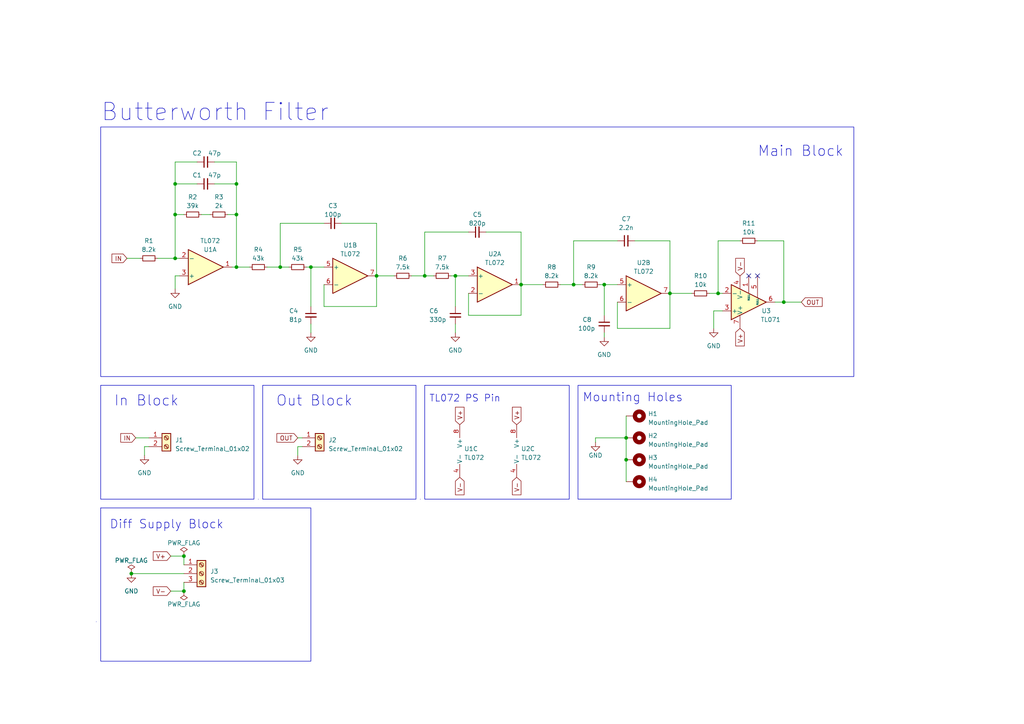
<source format=kicad_sch>
(kicad_sch (version 20230121) (generator eeschema)

  (uuid dbe268ed-4404-4ad7-b8fa-b4e60a0ae28c)

  (paper "A4")

  (title_block
    (title "Butterworth Filter")
  )

  (lib_symbols
    (symbol "Amplifier_Operational:TL071" (pin_names (offset 0.127)) (in_bom yes) (on_board yes)
      (property "Reference" "U" (at 0 6.35 0)
        (effects (font (size 1.27 1.27)) (justify left))
      )
      (property "Value" "TL071" (at 0 3.81 0)
        (effects (font (size 1.27 1.27)) (justify left))
      )
      (property "Footprint" "" (at 1.27 1.27 0)
        (effects (font (size 1.27 1.27)) hide)
      )
      (property "Datasheet" "http://www.ti.com/lit/ds/symlink/tl071.pdf" (at 3.81 3.81 0)
        (effects (font (size 1.27 1.27)) hide)
      )
      (property "ki_keywords" "singel opamp" (at 0 0 0)
        (effects (font (size 1.27 1.27)) hide)
      )
      (property "ki_description" "Single Low-Noise JFET-Input Operational Amplifiers, DIP-8/SOIC-8" (at 0 0 0)
        (effects (font (size 1.27 1.27)) hide)
      )
      (property "ki_fp_filters" "SOIC*3.9x4.9mm*P1.27mm* DIP*W7.62mm* TSSOP*3x3mm*P0.65mm*" (at 0 0 0)
        (effects (font (size 1.27 1.27)) hide)
      )
      (symbol "TL071_0_1"
        (polyline
          (pts
            (xy -5.08 5.08)
            (xy 5.08 0)
            (xy -5.08 -5.08)
            (xy -5.08 5.08)
          )
          (stroke (width 0.254) (type default))
          (fill (type background))
        )
      )
      (symbol "TL071_1_1"
        (pin input line (at 0 -7.62 90) (length 5.08)
          (name "NULL" (effects (font (size 0.508 0.508))))
          (number "1" (effects (font (size 1.27 1.27))))
        )
        (pin input line (at -7.62 -2.54 0) (length 2.54)
          (name "-" (effects (font (size 1.27 1.27))))
          (number "2" (effects (font (size 1.27 1.27))))
        )
        (pin input line (at -7.62 2.54 0) (length 2.54)
          (name "+" (effects (font (size 1.27 1.27))))
          (number "3" (effects (font (size 1.27 1.27))))
        )
        (pin power_in line (at -2.54 -7.62 90) (length 3.81)
          (name "V-" (effects (font (size 1.27 1.27))))
          (number "4" (effects (font (size 1.27 1.27))))
        )
        (pin input line (at 2.54 -7.62 90) (length 6.35)
          (name "NULL" (effects (font (size 0.508 0.508))))
          (number "5" (effects (font (size 1.27 1.27))))
        )
        (pin output line (at 7.62 0 180) (length 2.54)
          (name "~" (effects (font (size 1.27 1.27))))
          (number "6" (effects (font (size 1.27 1.27))))
        )
        (pin power_in line (at -2.54 7.62 270) (length 3.81)
          (name "V+" (effects (font (size 1.27 1.27))))
          (number "7" (effects (font (size 1.27 1.27))))
        )
        (pin no_connect line (at 0 2.54 270) (length 2.54) hide
          (name "NC" (effects (font (size 1.27 1.27))))
          (number "8" (effects (font (size 1.27 1.27))))
        )
      )
    )
    (symbol "Amplifier_Operational:TL072" (pin_names (offset 0.127)) (in_bom yes) (on_board yes)
      (property "Reference" "U" (at 0 5.08 0)
        (effects (font (size 1.27 1.27)) (justify left))
      )
      (property "Value" "TL072" (at 0 -5.08 0)
        (effects (font (size 1.27 1.27)) (justify left))
      )
      (property "Footprint" "" (at 0 0 0)
        (effects (font (size 1.27 1.27)) hide)
      )
      (property "Datasheet" "http://www.ti.com/lit/ds/symlink/tl071.pdf" (at 0 0 0)
        (effects (font (size 1.27 1.27)) hide)
      )
      (property "ki_locked" "" (at 0 0 0)
        (effects (font (size 1.27 1.27)))
      )
      (property "ki_keywords" "dual opamp" (at 0 0 0)
        (effects (font (size 1.27 1.27)) hide)
      )
      (property "ki_description" "Dual Low-Noise JFET-Input Operational Amplifiers, DIP-8/SOIC-8" (at 0 0 0)
        (effects (font (size 1.27 1.27)) hide)
      )
      (property "ki_fp_filters" "SOIC*3.9x4.9mm*P1.27mm* DIP*W7.62mm* TO*99* OnSemi*Micro8* TSSOP*3x3mm*P0.65mm* TSSOP*4.4x3mm*P0.65mm* MSOP*3x3mm*P0.65mm* SSOP*3.9x4.9mm*P0.635mm* LFCSP*2x2mm*P0.5mm* *SIP* SOIC*5.3x6.2mm*P1.27mm*" (at 0 0 0)
        (effects (font (size 1.27 1.27)) hide)
      )
      (symbol "TL072_1_1"
        (polyline
          (pts
            (xy -5.08 5.08)
            (xy 5.08 0)
            (xy -5.08 -5.08)
            (xy -5.08 5.08)
          )
          (stroke (width 0.254) (type default))
          (fill (type background))
        )
        (pin output line (at 7.62 0 180) (length 2.54)
          (name "~" (effects (font (size 1.27 1.27))))
          (number "1" (effects (font (size 1.27 1.27))))
        )
        (pin input line (at -7.62 -2.54 0) (length 2.54)
          (name "-" (effects (font (size 1.27 1.27))))
          (number "2" (effects (font (size 1.27 1.27))))
        )
        (pin input line (at -7.62 2.54 0) (length 2.54)
          (name "+" (effects (font (size 1.27 1.27))))
          (number "3" (effects (font (size 1.27 1.27))))
        )
      )
      (symbol "TL072_2_1"
        (polyline
          (pts
            (xy -5.08 5.08)
            (xy 5.08 0)
            (xy -5.08 -5.08)
            (xy -5.08 5.08)
          )
          (stroke (width 0.254) (type default))
          (fill (type background))
        )
        (pin input line (at -7.62 2.54 0) (length 2.54)
          (name "+" (effects (font (size 1.27 1.27))))
          (number "5" (effects (font (size 1.27 1.27))))
        )
        (pin input line (at -7.62 -2.54 0) (length 2.54)
          (name "-" (effects (font (size 1.27 1.27))))
          (number "6" (effects (font (size 1.27 1.27))))
        )
        (pin output line (at 7.62 0 180) (length 2.54)
          (name "~" (effects (font (size 1.27 1.27))))
          (number "7" (effects (font (size 1.27 1.27))))
        )
      )
      (symbol "TL072_3_1"
        (pin power_in line (at -2.54 -7.62 90) (length 3.81)
          (name "V-" (effects (font (size 1.27 1.27))))
          (number "4" (effects (font (size 1.27 1.27))))
        )
        (pin power_in line (at -2.54 7.62 270) (length 3.81)
          (name "V+" (effects (font (size 1.27 1.27))))
          (number "8" (effects (font (size 1.27 1.27))))
        )
      )
    )
    (symbol "Connector:Screw_Terminal_01x02" (pin_names (offset 1.016) hide) (in_bom yes) (on_board yes)
      (property "Reference" "J" (at 0 2.54 0)
        (effects (font (size 1.27 1.27)))
      )
      (property "Value" "Screw_Terminal_01x02" (at 0 -5.08 0)
        (effects (font (size 1.27 1.27)))
      )
      (property "Footprint" "" (at 0 0 0)
        (effects (font (size 1.27 1.27)) hide)
      )
      (property "Datasheet" "~" (at 0 0 0)
        (effects (font (size 1.27 1.27)) hide)
      )
      (property "ki_keywords" "screw terminal" (at 0 0 0)
        (effects (font (size 1.27 1.27)) hide)
      )
      (property "ki_description" "Generic screw terminal, single row, 01x02, script generated (kicad-library-utils/schlib/autogen/connector/)" (at 0 0 0)
        (effects (font (size 1.27 1.27)) hide)
      )
      (property "ki_fp_filters" "TerminalBlock*:*" (at 0 0 0)
        (effects (font (size 1.27 1.27)) hide)
      )
      (symbol "Screw_Terminal_01x02_1_1"
        (rectangle (start -1.27 1.27) (end 1.27 -3.81)
          (stroke (width 0.254) (type default))
          (fill (type background))
        )
        (circle (center 0 -2.54) (radius 0.635)
          (stroke (width 0.1524) (type default))
          (fill (type none))
        )
        (polyline
          (pts
            (xy -0.5334 -2.2098)
            (xy 0.3302 -3.048)
          )
          (stroke (width 0.1524) (type default))
          (fill (type none))
        )
        (polyline
          (pts
            (xy -0.5334 0.3302)
            (xy 0.3302 -0.508)
          )
          (stroke (width 0.1524) (type default))
          (fill (type none))
        )
        (polyline
          (pts
            (xy -0.3556 -2.032)
            (xy 0.508 -2.8702)
          )
          (stroke (width 0.1524) (type default))
          (fill (type none))
        )
        (polyline
          (pts
            (xy -0.3556 0.508)
            (xy 0.508 -0.3302)
          )
          (stroke (width 0.1524) (type default))
          (fill (type none))
        )
        (circle (center 0 0) (radius 0.635)
          (stroke (width 0.1524) (type default))
          (fill (type none))
        )
        (pin passive line (at -5.08 0 0) (length 3.81)
          (name "Pin_1" (effects (font (size 1.27 1.27))))
          (number "1" (effects (font (size 1.27 1.27))))
        )
        (pin passive line (at -5.08 -2.54 0) (length 3.81)
          (name "Pin_2" (effects (font (size 1.27 1.27))))
          (number "2" (effects (font (size 1.27 1.27))))
        )
      )
    )
    (symbol "Connector:Screw_Terminal_01x03" (pin_names (offset 1.016) hide) (in_bom yes) (on_board yes)
      (property "Reference" "J" (at 0 5.08 0)
        (effects (font (size 1.27 1.27)))
      )
      (property "Value" "Screw_Terminal_01x03" (at 0 -5.08 0)
        (effects (font (size 1.27 1.27)))
      )
      (property "Footprint" "" (at 0 0 0)
        (effects (font (size 1.27 1.27)) hide)
      )
      (property "Datasheet" "~" (at 0 0 0)
        (effects (font (size 1.27 1.27)) hide)
      )
      (property "ki_keywords" "screw terminal" (at 0 0 0)
        (effects (font (size 1.27 1.27)) hide)
      )
      (property "ki_description" "Generic screw terminal, single row, 01x03, script generated (kicad-library-utils/schlib/autogen/connector/)" (at 0 0 0)
        (effects (font (size 1.27 1.27)) hide)
      )
      (property "ki_fp_filters" "TerminalBlock*:*" (at 0 0 0)
        (effects (font (size 1.27 1.27)) hide)
      )
      (symbol "Screw_Terminal_01x03_1_1"
        (rectangle (start -1.27 3.81) (end 1.27 -3.81)
          (stroke (width 0.254) (type default))
          (fill (type background))
        )
        (circle (center 0 -2.54) (radius 0.635)
          (stroke (width 0.1524) (type default))
          (fill (type none))
        )
        (polyline
          (pts
            (xy -0.5334 -2.2098)
            (xy 0.3302 -3.048)
          )
          (stroke (width 0.1524) (type default))
          (fill (type none))
        )
        (polyline
          (pts
            (xy -0.5334 0.3302)
            (xy 0.3302 -0.508)
          )
          (stroke (width 0.1524) (type default))
          (fill (type none))
        )
        (polyline
          (pts
            (xy -0.5334 2.8702)
            (xy 0.3302 2.032)
          )
          (stroke (width 0.1524) (type default))
          (fill (type none))
        )
        (polyline
          (pts
            (xy -0.3556 -2.032)
            (xy 0.508 -2.8702)
          )
          (stroke (width 0.1524) (type default))
          (fill (type none))
        )
        (polyline
          (pts
            (xy -0.3556 0.508)
            (xy 0.508 -0.3302)
          )
          (stroke (width 0.1524) (type default))
          (fill (type none))
        )
        (polyline
          (pts
            (xy -0.3556 3.048)
            (xy 0.508 2.2098)
          )
          (stroke (width 0.1524) (type default))
          (fill (type none))
        )
        (circle (center 0 0) (radius 0.635)
          (stroke (width 0.1524) (type default))
          (fill (type none))
        )
        (circle (center 0 2.54) (radius 0.635)
          (stroke (width 0.1524) (type default))
          (fill (type none))
        )
        (pin passive line (at -5.08 2.54 0) (length 3.81)
          (name "Pin_1" (effects (font (size 1.27 1.27))))
          (number "1" (effects (font (size 1.27 1.27))))
        )
        (pin passive line (at -5.08 0 0) (length 3.81)
          (name "Pin_2" (effects (font (size 1.27 1.27))))
          (number "2" (effects (font (size 1.27 1.27))))
        )
        (pin passive line (at -5.08 -2.54 0) (length 3.81)
          (name "Pin_3" (effects (font (size 1.27 1.27))))
          (number "3" (effects (font (size 1.27 1.27))))
        )
      )
    )
    (symbol "Device:C_Small" (pin_numbers hide) (pin_names (offset 0.254) hide) (in_bom yes) (on_board yes)
      (property "Reference" "C" (at 0.254 1.778 0)
        (effects (font (size 1.27 1.27)) (justify left))
      )
      (property "Value" "C_Small" (at 0.254 -2.032 0)
        (effects (font (size 1.27 1.27)) (justify left))
      )
      (property "Footprint" "" (at 0 0 0)
        (effects (font (size 1.27 1.27)) hide)
      )
      (property "Datasheet" "~" (at 0 0 0)
        (effects (font (size 1.27 1.27)) hide)
      )
      (property "ki_keywords" "capacitor cap" (at 0 0 0)
        (effects (font (size 1.27 1.27)) hide)
      )
      (property "ki_description" "Unpolarized capacitor, small symbol" (at 0 0 0)
        (effects (font (size 1.27 1.27)) hide)
      )
      (property "ki_fp_filters" "C_*" (at 0 0 0)
        (effects (font (size 1.27 1.27)) hide)
      )
      (symbol "C_Small_0_1"
        (polyline
          (pts
            (xy -1.524 -0.508)
            (xy 1.524 -0.508)
          )
          (stroke (width 0.3302) (type default))
          (fill (type none))
        )
        (polyline
          (pts
            (xy -1.524 0.508)
            (xy 1.524 0.508)
          )
          (stroke (width 0.3048) (type default))
          (fill (type none))
        )
      )
      (symbol "C_Small_1_1"
        (pin passive line (at 0 2.54 270) (length 2.032)
          (name "~" (effects (font (size 1.27 1.27))))
          (number "1" (effects (font (size 1.27 1.27))))
        )
        (pin passive line (at 0 -2.54 90) (length 2.032)
          (name "~" (effects (font (size 1.27 1.27))))
          (number "2" (effects (font (size 1.27 1.27))))
        )
      )
    )
    (symbol "Device:R_Small" (pin_numbers hide) (pin_names (offset 0.254) hide) (in_bom yes) (on_board yes)
      (property "Reference" "R" (at 0.762 0.508 0)
        (effects (font (size 1.27 1.27)) (justify left))
      )
      (property "Value" "R_Small" (at 0.762 -1.016 0)
        (effects (font (size 1.27 1.27)) (justify left))
      )
      (property "Footprint" "" (at 0 0 0)
        (effects (font (size 1.27 1.27)) hide)
      )
      (property "Datasheet" "~" (at 0 0 0)
        (effects (font (size 1.27 1.27)) hide)
      )
      (property "ki_keywords" "R resistor" (at 0 0 0)
        (effects (font (size 1.27 1.27)) hide)
      )
      (property "ki_description" "Resistor, small symbol" (at 0 0 0)
        (effects (font (size 1.27 1.27)) hide)
      )
      (property "ki_fp_filters" "R_*" (at 0 0 0)
        (effects (font (size 1.27 1.27)) hide)
      )
      (symbol "R_Small_0_1"
        (rectangle (start -0.762 1.778) (end 0.762 -1.778)
          (stroke (width 0.2032) (type default))
          (fill (type none))
        )
      )
      (symbol "R_Small_1_1"
        (pin passive line (at 0 2.54 270) (length 0.762)
          (name "~" (effects (font (size 1.27 1.27))))
          (number "1" (effects (font (size 1.27 1.27))))
        )
        (pin passive line (at 0 -2.54 90) (length 0.762)
          (name "~" (effects (font (size 1.27 1.27))))
          (number "2" (effects (font (size 1.27 1.27))))
        )
      )
    )
    (symbol "Mechanical:MountingHole_Pad" (pin_numbers hide) (pin_names (offset 1.016) hide) (in_bom yes) (on_board yes)
      (property "Reference" "H" (at 0 6.35 0)
        (effects (font (size 1.27 1.27)))
      )
      (property "Value" "MountingHole_Pad" (at 0 4.445 0)
        (effects (font (size 1.27 1.27)))
      )
      (property "Footprint" "" (at 0 0 0)
        (effects (font (size 1.27 1.27)) hide)
      )
      (property "Datasheet" "~" (at 0 0 0)
        (effects (font (size 1.27 1.27)) hide)
      )
      (property "ki_keywords" "mounting hole" (at 0 0 0)
        (effects (font (size 1.27 1.27)) hide)
      )
      (property "ki_description" "Mounting Hole with connection" (at 0 0 0)
        (effects (font (size 1.27 1.27)) hide)
      )
      (property "ki_fp_filters" "MountingHole*Pad*" (at 0 0 0)
        (effects (font (size 1.27 1.27)) hide)
      )
      (symbol "MountingHole_Pad_0_1"
        (circle (center 0 1.27) (radius 1.27)
          (stroke (width 1.27) (type default))
          (fill (type none))
        )
      )
      (symbol "MountingHole_Pad_1_1"
        (pin input line (at 0 -2.54 90) (length 2.54)
          (name "1" (effects (font (size 1.27 1.27))))
          (number "1" (effects (font (size 1.27 1.27))))
        )
      )
    )
    (symbol "power:GND" (power) (pin_names (offset 0)) (in_bom yes) (on_board yes)
      (property "Reference" "#PWR" (at 0 -6.35 0)
        (effects (font (size 1.27 1.27)) hide)
      )
      (property "Value" "GND" (at 0 -3.81 0)
        (effects (font (size 1.27 1.27)))
      )
      (property "Footprint" "" (at 0 0 0)
        (effects (font (size 1.27 1.27)) hide)
      )
      (property "Datasheet" "" (at 0 0 0)
        (effects (font (size 1.27 1.27)) hide)
      )
      (property "ki_keywords" "global power" (at 0 0 0)
        (effects (font (size 1.27 1.27)) hide)
      )
      (property "ki_description" "Power symbol creates a global label with name \"GND\" , ground" (at 0 0 0)
        (effects (font (size 1.27 1.27)) hide)
      )
      (symbol "GND_0_1"
        (polyline
          (pts
            (xy 0 0)
            (xy 0 -1.27)
            (xy 1.27 -1.27)
            (xy 0 -2.54)
            (xy -1.27 -1.27)
            (xy 0 -1.27)
          )
          (stroke (width 0) (type default))
          (fill (type none))
        )
      )
      (symbol "GND_1_1"
        (pin power_in line (at 0 0 270) (length 0) hide
          (name "GND" (effects (font (size 1.27 1.27))))
          (number "1" (effects (font (size 1.27 1.27))))
        )
      )
    )
    (symbol "power:PWR_FLAG" (power) (pin_numbers hide) (pin_names (offset 0) hide) (in_bom yes) (on_board yes)
      (property "Reference" "#FLG" (at 0 1.905 0)
        (effects (font (size 1.27 1.27)) hide)
      )
      (property "Value" "PWR_FLAG" (at 0 3.81 0)
        (effects (font (size 1.27 1.27)))
      )
      (property "Footprint" "" (at 0 0 0)
        (effects (font (size 1.27 1.27)) hide)
      )
      (property "Datasheet" "~" (at 0 0 0)
        (effects (font (size 1.27 1.27)) hide)
      )
      (property "ki_keywords" "flag power" (at 0 0 0)
        (effects (font (size 1.27 1.27)) hide)
      )
      (property "ki_description" "Special symbol for telling ERC where power comes from" (at 0 0 0)
        (effects (font (size 1.27 1.27)) hide)
      )
      (symbol "PWR_FLAG_0_0"
        (pin power_out line (at 0 0 90) (length 0)
          (name "pwr" (effects (font (size 1.27 1.27))))
          (number "1" (effects (font (size 1.27 1.27))))
        )
      )
      (symbol "PWR_FLAG_0_1"
        (polyline
          (pts
            (xy 0 0)
            (xy 0 1.27)
            (xy -1.016 1.905)
            (xy 0 2.54)
            (xy 1.016 1.905)
            (xy 0 1.27)
          )
          (stroke (width 0) (type default))
          (fill (type none))
        )
      )
    )
  )

  (junction (at 68.58 53.34) (diameter 0) (color 0 0 0 0)
    (uuid 02a09559-6dcb-4fd5-ba83-673b23ded6df)
  )
  (junction (at 50.8 74.93) (diameter 0) (color 0 0 0 0)
    (uuid 08f5d3d1-ec22-4c84-aa88-6f47ca3b12b0)
  )
  (junction (at 109.22 80.01) (diameter 0) (color 0 0 0 0)
    (uuid 0c03bfb4-45cf-4590-9b13-4925b21bdaaf)
  )
  (junction (at 175.26 82.55) (diameter 0) (color 0 0 0 0)
    (uuid 18e4be45-c9be-420f-ade2-0ddf70be20eb)
  )
  (junction (at 123.19 80.01) (diameter 0) (color 0 0 0 0)
    (uuid 1981fa34-bdb0-4d8a-af60-3d6b837b2a07)
  )
  (junction (at 81.28 77.47) (diameter 0) (color 0 0 0 0)
    (uuid 2254259c-ecaf-43a1-a288-258985926dd0)
  )
  (junction (at 194.31 85.09) (diameter 0) (color 0 0 0 0)
    (uuid 3f6d46fd-d4b1-4771-a5b1-d9dbe1a7968b)
  )
  (junction (at 90.17 77.47) (diameter 0) (color 0 0 0 0)
    (uuid 4ff335c3-3231-48b0-986a-8137eab1ff94)
  )
  (junction (at 68.58 77.47) (diameter 0) (color 0 0 0 0)
    (uuid 80f986a3-a753-4b7d-948a-d50bbb3dd4a9)
  )
  (junction (at 208.28 85.09) (diameter 0) (color 0 0 0 0)
    (uuid 8d3b17b8-d47e-433c-b640-f1d59d3f5555)
  )
  (junction (at 50.8 53.34) (diameter 0) (color 0 0 0 0)
    (uuid 9fa42f35-d03f-4f0a-946b-e7147707be9a)
  )
  (junction (at 151.13 82.55) (diameter 0) (color 0 0 0 0)
    (uuid 9fd032b4-a215-457b-84e9-e7f600033ad8)
  )
  (junction (at 68.58 62.23) (diameter 0) (color 0 0 0 0)
    (uuid a4ecedc5-5090-41bd-a5e4-2c98a62de803)
  )
  (junction (at 181.61 133.35) (diameter 0) (color 0 0 0 0)
    (uuid a8c1d21b-d3f4-4fee-92af-071c7e489f5d)
  )
  (junction (at 181.61 127) (diameter 0) (color 0 0 0 0)
    (uuid c586cbe5-c8c1-446a-9b12-ec1a5f6be3a3)
  )
  (junction (at 132.08 80.01) (diameter 0) (color 0 0 0 0)
    (uuid daffd2fe-f6b2-4ee1-a680-b3a9603cf0af)
  )
  (junction (at 166.37 82.55) (diameter 0) (color 0 0 0 0)
    (uuid df44dccd-7e52-40c6-94e4-4204732a1230)
  )
  (junction (at 53.34 171.45) (diameter 0) (color 0 0 0 0)
    (uuid ee69366a-d0d8-4290-ace6-7d92cd5d8462)
  )
  (junction (at 53.34 161.29) (diameter 0) (color 0 0 0 0)
    (uuid f020067b-9450-4130-9b08-9cbd72e5ba5c)
  )
  (junction (at 227.33 87.63) (diameter 0) (color 0 0 0 0)
    (uuid f35861a7-9264-4574-a16d-06264ad95c28)
  )
  (junction (at 38.1 166.37) (diameter 0) (color 0 0 0 0)
    (uuid fd9d1191-41a8-4625-b1a9-ae7435addbbc)
  )
  (junction (at 50.8 62.23) (diameter 0) (color 0 0 0 0)
    (uuid ff589a4e-1ad7-4c29-81fd-bad53886f59c)
  )

  (no_connect (at 217.17 80.01) (uuid 63d492e1-0b4d-4b57-945c-74f65ab7711d))
  (no_connect (at 219.71 80.01) (uuid ae81ac4c-fb68-4403-b348-b37a1ad7565e))

  (wire (pts (xy 77.47 77.47) (xy 81.28 77.47))
    (stroke (width 0) (type default))
    (uuid 014a6ee3-2b6a-4d3b-bac4-1990c9e7f6b8)
  )
  (wire (pts (xy 162.56 82.55) (xy 166.37 82.55))
    (stroke (width 0) (type default))
    (uuid 034db554-6ca5-45f4-a8f5-77c2266d939c)
  )
  (wire (pts (xy 41.91 129.54) (xy 43.18 129.54))
    (stroke (width 0) (type default))
    (uuid 065cd57f-b37a-4079-9975-12dd1ae1a5e7)
  )
  (wire (pts (xy 68.58 77.47) (xy 67.31 77.47))
    (stroke (width 0) (type default))
    (uuid 0a94827d-90a2-42c3-82f2-aa316b8ad949)
  )
  (wire (pts (xy 166.37 82.55) (xy 168.91 82.55))
    (stroke (width 0) (type default))
    (uuid 0c73aa14-c8c9-4785-adf1-b29291c7b01f)
  )
  (wire (pts (xy 181.61 133.35) (xy 181.61 139.7))
    (stroke (width 0) (type default))
    (uuid 125aa1c2-49e4-4919-aa4a-d751ca8c7abf)
  )
  (wire (pts (xy 140.97 67.31) (xy 151.13 67.31))
    (stroke (width 0) (type default))
    (uuid 17d5ce77-901b-4899-a963-b42e5f198e91)
  )
  (wire (pts (xy 109.22 88.9) (xy 109.22 80.01))
    (stroke (width 0) (type default))
    (uuid 1a87e3db-fd59-4ca9-80e5-23887f75eefe)
  )
  (wire (pts (xy 209.55 90.17) (xy 207.01 90.17))
    (stroke (width 0) (type default))
    (uuid 20eb1c4a-0ea2-4dfd-868a-0cb20637b609)
  )
  (wire (pts (xy 86.36 132.08) (xy 86.36 129.54))
    (stroke (width 0) (type default))
    (uuid 21b31183-7144-4791-b4c6-b58382a315fb)
  )
  (wire (pts (xy 90.17 96.52) (xy 90.17 93.98))
    (stroke (width 0) (type default))
    (uuid 249208c3-778f-4df6-98e7-5ec333845c73)
  )
  (wire (pts (xy 109.22 64.77) (xy 109.22 80.01))
    (stroke (width 0) (type default))
    (uuid 26005389-53ce-4c08-bade-aea8f487647c)
  )
  (wire (pts (xy 50.8 53.34) (xy 50.8 46.99))
    (stroke (width 0) (type default))
    (uuid 2662cd9c-5c94-4a80-85be-248d42e9cf93)
  )
  (wire (pts (xy 68.58 53.34) (xy 68.58 62.23))
    (stroke (width 0) (type default))
    (uuid 2846ae10-3b83-4584-8f40-3df5f6c47763)
  )
  (wire (pts (xy 62.23 53.34) (xy 68.58 53.34))
    (stroke (width 0) (type default))
    (uuid 3076f9e3-ceac-41bf-88cb-24162b6b6cd6)
  )
  (wire (pts (xy 68.58 62.23) (xy 68.58 77.47))
    (stroke (width 0) (type default))
    (uuid 38208f7c-34fa-45fb-a295-4f37aaeefe5e)
  )
  (wire (pts (xy 58.42 62.23) (xy 60.96 62.23))
    (stroke (width 0) (type default))
    (uuid 382ac7d1-2ec9-445d-b9b2-c748d46cc098)
  )
  (wire (pts (xy 172.72 127) (xy 181.61 127))
    (stroke (width 0) (type default))
    (uuid 3bb3aea5-24d1-47d6-b951-d01de59a9e99)
  )
  (wire (pts (xy 151.13 82.55) (xy 157.48 82.55))
    (stroke (width 0) (type default))
    (uuid 3dae8d63-1462-4dc5-8ac8-290d520b44f3)
  )
  (wire (pts (xy 86.36 129.54) (xy 87.63 129.54))
    (stroke (width 0) (type default))
    (uuid 3e3e3638-698c-4d17-a5d2-d8e8af68a8e8)
  )
  (wire (pts (xy 81.28 64.77) (xy 93.98 64.77))
    (stroke (width 0) (type default))
    (uuid 40f429e5-a66e-4d58-9b89-c3154f2a5037)
  )
  (wire (pts (xy 132.08 96.52) (xy 132.08 93.98))
    (stroke (width 0) (type default))
    (uuid 453f8d61-b61f-4192-ba44-43468c5ecbba)
  )
  (wire (pts (xy 93.98 82.55) (xy 93.98 88.9))
    (stroke (width 0) (type default))
    (uuid 5530cd03-e62a-47eb-abdb-05f860950d5d)
  )
  (wire (pts (xy 52.07 74.93) (xy 50.8 74.93))
    (stroke (width 0) (type default))
    (uuid 55cffbdd-b94b-451b-b9a5-9fa4fa3b1c61)
  )
  (wire (pts (xy 184.15 69.85) (xy 194.31 69.85))
    (stroke (width 0) (type default))
    (uuid 56a5f964-335a-4805-a9ee-62ee3a55773b)
  )
  (wire (pts (xy 179.07 87.63) (xy 179.07 95.25))
    (stroke (width 0) (type default))
    (uuid 56d2ac2e-2a4d-496c-9b1b-352985aa19b7)
  )
  (wire (pts (xy 166.37 69.85) (xy 179.07 69.85))
    (stroke (width 0) (type default))
    (uuid 570bdb66-1b6e-4f99-b42a-eb40426939af)
  )
  (wire (pts (xy 208.28 85.09) (xy 205.74 85.09))
    (stroke (width 0) (type default))
    (uuid 5a0904d5-9e6b-417e-9de3-33ebd8a88d45)
  )
  (wire (pts (xy 49.53 171.45) (xy 53.34 171.45))
    (stroke (width 0) (type default))
    (uuid 5f7a3cd8-ca31-4f99-a367-d78d8ce374d6)
  )
  (wire (pts (xy 90.17 77.47) (xy 93.98 77.47))
    (stroke (width 0) (type default))
    (uuid 60f4d28b-a1bd-404d-bde0-d8aa412f4773)
  )
  (wire (pts (xy 219.71 69.85) (xy 227.33 69.85))
    (stroke (width 0) (type default))
    (uuid 630e22ce-2621-44e9-bad4-851a264e1676)
  )
  (wire (pts (xy 209.55 85.09) (xy 208.28 85.09))
    (stroke (width 0) (type default))
    (uuid 63b91873-08b6-44c0-9930-3f757efabaf9)
  )
  (wire (pts (xy 41.91 132.08) (xy 41.91 129.54))
    (stroke (width 0) (type default))
    (uuid 63d37dad-b647-4f5c-9fb1-5159d0ee5a6f)
  )
  (wire (pts (xy 90.17 77.47) (xy 90.17 88.9))
    (stroke (width 0) (type default))
    (uuid 659908cb-4e28-4a86-8cc7-596515260602)
  )
  (wire (pts (xy 175.26 82.55) (xy 179.07 82.55))
    (stroke (width 0) (type default))
    (uuid 659ce4b8-fd89-493a-be9f-d0fd6c3ecbc4)
  )
  (wire (pts (xy 39.37 127) (xy 43.18 127))
    (stroke (width 0) (type default))
    (uuid 6a860a50-fae2-4581-bd37-cd8668ca0d27)
  )
  (wire (pts (xy 36.83 74.93) (xy 40.64 74.93))
    (stroke (width 0) (type default))
    (uuid 6da68ebf-4c13-4e03-82c4-426823607b95)
  )
  (wire (pts (xy 207.01 90.17) (xy 207.01 95.25))
    (stroke (width 0) (type default))
    (uuid 6f357380-abf1-496d-9e83-88f0a0b59735)
  )
  (wire (pts (xy 135.89 85.09) (xy 135.89 91.44))
    (stroke (width 0) (type default))
    (uuid 7024186f-111e-4873-8eda-7e31cc2ab4bd)
  )
  (wire (pts (xy 50.8 83.82) (xy 50.8 80.01))
    (stroke (width 0) (type default))
    (uuid 72dbb80f-36dd-43c8-808c-6859c339ead6)
  )
  (wire (pts (xy 123.19 67.31) (xy 135.89 67.31))
    (stroke (width 0) (type default))
    (uuid 7671d528-b798-4e4a-ac55-856896baa658)
  )
  (wire (pts (xy 81.28 77.47) (xy 81.28 64.77))
    (stroke (width 0) (type default))
    (uuid 775cc106-6107-471d-83fb-dee3a6e7e12b)
  )
  (wire (pts (xy 50.8 80.01) (xy 52.07 80.01))
    (stroke (width 0) (type default))
    (uuid 78184063-8726-40ba-99b4-39e48f24d5d7)
  )
  (wire (pts (xy 227.33 69.85) (xy 227.33 87.63))
    (stroke (width 0) (type default))
    (uuid 78e03772-3ef2-4396-8db5-ccc2ffeb7c28)
  )
  (wire (pts (xy 50.8 74.93) (xy 50.8 62.23))
    (stroke (width 0) (type default))
    (uuid 7ba7d693-f3f1-411c-8924-4cf725ce49d5)
  )
  (wire (pts (xy 68.58 46.99) (xy 68.58 53.34))
    (stroke (width 0) (type default))
    (uuid 7fd4048b-5927-4252-b492-121db328307f)
  )
  (wire (pts (xy 172.72 128.27) (xy 172.72 127))
    (stroke (width 0) (type default))
    (uuid 81f4aa70-1dae-43ec-b10a-12e401af6b68)
  )
  (wire (pts (xy 119.38 80.01) (xy 123.19 80.01))
    (stroke (width 0) (type default))
    (uuid 840a967c-5907-47ed-87b8-9314d8ed1321)
  )
  (wire (pts (xy 123.19 80.01) (xy 123.19 67.31))
    (stroke (width 0) (type default))
    (uuid 843ed79d-5bd6-44d4-b201-6287de4af2a1)
  )
  (wire (pts (xy 151.13 91.44) (xy 151.13 82.55))
    (stroke (width 0) (type default))
    (uuid 86e82211-693f-4f93-8797-8d688a14456f)
  )
  (wire (pts (xy 181.61 120.65) (xy 181.61 127))
    (stroke (width 0) (type default))
    (uuid 89925783-c1f6-46e6-942f-d8f597d96a07)
  )
  (wire (pts (xy 181.61 127) (xy 181.61 133.35))
    (stroke (width 0) (type default))
    (uuid 8b697fb5-ef23-43fd-90c9-7d413e10cc49)
  )
  (wire (pts (xy 130.81 80.01) (xy 132.08 80.01))
    (stroke (width 0) (type default))
    (uuid 9e43129e-1384-4b42-98f8-6b3a204edabc)
  )
  (wire (pts (xy 132.08 80.01) (xy 132.08 88.9))
    (stroke (width 0) (type default))
    (uuid a696b39c-ead2-472d-9c66-6455c213c629)
  )
  (wire (pts (xy 166.37 82.55) (xy 166.37 69.85))
    (stroke (width 0) (type default))
    (uuid a7cc7476-40e6-446e-94fe-acda63eaccee)
  )
  (wire (pts (xy 62.23 46.99) (xy 68.58 46.99))
    (stroke (width 0) (type default))
    (uuid aab58d52-49ca-49ea-aa92-09f4344d0f05)
  )
  (wire (pts (xy 93.98 88.9) (xy 109.22 88.9))
    (stroke (width 0) (type default))
    (uuid ad02f4a6-e756-4aa0-a129-b9a6a0da5d75)
  )
  (wire (pts (xy 66.04 62.23) (xy 68.58 62.23))
    (stroke (width 0) (type default))
    (uuid ae3986ba-32c3-4d7c-8ba3-ab1ece8ce803)
  )
  (wire (pts (xy 53.34 161.29) (xy 53.34 163.83))
    (stroke (width 0) (type default))
    (uuid ae4a32f9-5dc0-43ea-b6ad-7f29acfa65b7)
  )
  (wire (pts (xy 135.89 91.44) (xy 151.13 91.44))
    (stroke (width 0) (type default))
    (uuid b2123111-b3c8-4fca-a2f5-dac7eeee42fb)
  )
  (wire (pts (xy 53.34 171.45) (xy 53.34 168.91))
    (stroke (width 0) (type default))
    (uuid b32d7265-caea-4615-90cc-ee092c486e7c)
  )
  (wire (pts (xy 194.31 69.85) (xy 194.31 85.09))
    (stroke (width 0) (type default))
    (uuid b888aea7-2779-4f5a-84b6-d5e47d803996)
  )
  (wire (pts (xy 49.53 161.29) (xy 53.34 161.29))
    (stroke (width 0) (type default))
    (uuid bb15cd64-0678-4149-b88c-4f5bea581991)
  )
  (wire (pts (xy 173.99 82.55) (xy 175.26 82.55))
    (stroke (width 0) (type default))
    (uuid c3590443-abfc-4830-9916-98b49142dff0)
  )
  (wire (pts (xy 179.07 95.25) (xy 194.31 95.25))
    (stroke (width 0) (type default))
    (uuid c3cba642-9567-40e7-8feb-f2ab7a10974b)
  )
  (wire (pts (xy 132.08 80.01) (xy 135.89 80.01))
    (stroke (width 0) (type default))
    (uuid c4821671-86a7-44f2-88c3-3d2f0e631824)
  )
  (wire (pts (xy 86.36 127) (xy 87.63 127))
    (stroke (width 0) (type default))
    (uuid c948145b-dde6-435c-80a6-20dc2edeee0f)
  )
  (wire (pts (xy 50.8 74.93) (xy 45.72 74.93))
    (stroke (width 0) (type default))
    (uuid cbfc194f-73da-41c1-ae65-43d5c4e7d4b0)
  )
  (wire (pts (xy 99.06 64.77) (xy 109.22 64.77))
    (stroke (width 0) (type default))
    (uuid cd024deb-ca4c-44a1-a54d-a153bd2873ff)
  )
  (wire (pts (xy 68.58 77.47) (xy 72.39 77.47))
    (stroke (width 0) (type default))
    (uuid cf91ee42-97e5-4482-8bae-5952be394687)
  )
  (wire (pts (xy 50.8 62.23) (xy 50.8 53.34))
    (stroke (width 0) (type default))
    (uuid d097bb42-02c8-4a7e-8c1b-ffafc3c6a8bb)
  )
  (wire (pts (xy 50.8 46.99) (xy 57.15 46.99))
    (stroke (width 0) (type default))
    (uuid d30d318a-fa0c-4994-b3c4-0b651a2d6eca)
  )
  (wire (pts (xy 175.26 82.55) (xy 175.26 91.44))
    (stroke (width 0) (type default))
    (uuid d3d0f2ff-b8a0-4a9a-ab91-ec4330a7b5b0)
  )
  (wire (pts (xy 50.8 53.34) (xy 57.15 53.34))
    (stroke (width 0) (type default))
    (uuid d55519fe-7765-4bb1-b8eb-5de3cdfb24b0)
  )
  (wire (pts (xy 50.8 62.23) (xy 53.34 62.23))
    (stroke (width 0) (type default))
    (uuid d630dddd-796e-4251-9204-35326cf84e7b)
  )
  (wire (pts (xy 194.31 95.25) (xy 194.31 85.09))
    (stroke (width 0) (type default))
    (uuid da21d6ef-3ff0-43a7-a18b-b49f7927d054)
  )
  (wire (pts (xy 88.9 77.47) (xy 90.17 77.47))
    (stroke (width 0) (type default))
    (uuid dd20b92b-dfb6-483c-938b-6503bb59cbf9)
  )
  (wire (pts (xy 38.1 166.37) (xy 53.34 166.37))
    (stroke (width 0) (type default))
    (uuid e1fb322b-348b-4eba-9d39-68b951496df7)
  )
  (wire (pts (xy 208.28 69.85) (xy 214.63 69.85))
    (stroke (width 0) (type default))
    (uuid e3bd3f34-8c0e-44f6-a213-a9b5f2a180fd)
  )
  (wire (pts (xy 175.26 97.79) (xy 175.26 96.52))
    (stroke (width 0) (type default))
    (uuid e4481139-fde0-4dd7-b3bb-1192a0cd2a2a)
  )
  (wire (pts (xy 208.28 85.09) (xy 208.28 69.85))
    (stroke (width 0) (type default))
    (uuid e517c26b-155b-420e-992c-c96ea01dcde4)
  )
  (wire (pts (xy 232.41 87.63) (xy 227.33 87.63))
    (stroke (width 0) (type default))
    (uuid e7653d4e-c5bd-4e59-8160-50113959d78e)
  )
  (wire (pts (xy 123.19 80.01) (xy 125.73 80.01))
    (stroke (width 0) (type default))
    (uuid e86efef9-8fcf-449d-a781-144f2bab051f)
  )
  (wire (pts (xy 81.28 77.47) (xy 83.82 77.47))
    (stroke (width 0) (type default))
    (uuid e8c4ca1b-ceec-4ae5-80a0-ccb0ce319033)
  )
  (wire (pts (xy 151.13 67.31) (xy 151.13 82.55))
    (stroke (width 0) (type default))
    (uuid e989289b-4131-4c41-9056-9d936ea66806)
  )
  (wire (pts (xy 194.31 85.09) (xy 200.66 85.09))
    (stroke (width 0) (type default))
    (uuid ef2abacd-b72e-4341-8697-bfb48377449f)
  )
  (wire (pts (xy 109.22 80.01) (xy 114.3 80.01))
    (stroke (width 0) (type default))
    (uuid f1a065ac-0ad2-40f7-b965-adb731884db2)
  )
  (wire (pts (xy 227.33 87.63) (xy 224.79 87.63))
    (stroke (width 0) (type default))
    (uuid f8ee494b-d26e-4240-b94b-5a00b571c3ac)
  )

  (rectangle (start 29.21 147.32) (end 90.17 191.77)
    (stroke (width 0) (type default))
    (fill (type none))
    (uuid 0033949c-52b9-475e-99c4-affa2359719c)
  )
  (rectangle (start 76.2 111.76) (end 120.65 144.78)
    (stroke (width 0) (type default))
    (fill (type none))
    (uuid 267a1bb9-d7ff-4e8c-bb39-d217677f5266)
  )
  (rectangle (start 29.21 147.32) (end 29.21 147.32)
    (stroke (width 0) (type default))
    (fill (type none))
    (uuid 5e884c66-4b4d-49ae-af1b-016e00129cb4)
  )
  (rectangle (start 121.92 144.78) (end 121.92 144.78)
    (stroke (width 0) (type default))
    (fill (type none))
    (uuid 6c65b112-c75a-4580-8392-f29a50faa0a5)
  )
  (rectangle (start 167.64 111.76) (end 212.09 144.78)
    (stroke (width 0) (type default))
    (fill (type none))
    (uuid 6c988f55-a7c6-413a-8290-dac03c1e9769)
  )
  (rectangle (start 29.21 111.76) (end 29.21 111.76)
    (stroke (width 0) (type default))
    (fill (type none))
    (uuid 7bc61173-e569-422c-91ba-fdf85df268b3)
  )
  (rectangle (start 27.94 180.34) (end 27.94 180.34)
    (stroke (width 0) (type default))
    (fill (type none))
    (uuid 8e73a5bc-d470-4cf2-938d-e347ccdf3867)
  )
  (rectangle (start 29.21 111.76) (end 73.66 144.78)
    (stroke (width 0) (type default))
    (fill (type none))
    (uuid a2b6de47-6e8e-4e6f-adc7-96b3fde08ee4)
  )
  (rectangle (start 76.2 111.76) (end 76.2 111.76)
    (stroke (width 0) (type default))
    (fill (type none))
    (uuid c9fb1d99-226b-4b27-983e-ed8be9b0e917)
  )
  (rectangle (start 123.19 111.76) (end 165.1 144.78)
    (stroke (width 0) (type default))
    (fill (type none))
    (uuid da99fb30-7cc7-428d-8eac-d9682c3d8b16)
  )
  (rectangle (start 29.21 36.83) (end 247.65 109.22)
    (stroke (width 0) (type default))
    (fill (type none))
    (uuid e9e5ad61-0128-4d18-a33a-a18f6a3d8370)
  )
  (rectangle (start 74.93 144.78) (end 74.93 144.78)
    (stroke (width 0) (type default))
    (fill (type none))
    (uuid f1fc7963-91d3-468a-bc50-25054f5a3ba4)
  )

  (text "Main Block\n" (at 219.71 45.72 0)
    (effects (font (size 3 3)) (justify left bottom))
    (uuid 58ec7ec4-6854-4bb2-bcf3-93c3c3156ff2)
  )
  (text "Mounting Holes" (at 168.91 116.84 0)
    (effects (font (size 2.5 2.5)) (justify left bottom))
    (uuid 7944fb6b-81af-4669-9b6d-454068e24762)
  )
  (text "Out Block\n" (at 80.01 118.11 0)
    (effects (font (size 3 3)) (justify left bottom))
    (uuid 8364ad27-8c67-4f7e-8a5e-1af620618c0e)
  )
  (text "TL072 PS Pin\n" (at 124.46 116.84 0)
    (effects (font (size 2 2)) (justify left bottom))
    (uuid 9ebc2717-071f-48e0-8fce-b850a3e89c6d)
  )
  (text "Butterworth Filter\n" (at 29.21 35.56 0)
    (effects (font (size 5 5)) (justify left bottom))
    (uuid d49876d4-5c5b-4ae5-b0ff-1f92eedeaf2c)
  )
  (text "In Block\n" (at 33.02 118.11 0)
    (effects (font (size 3 3)) (justify left bottom))
    (uuid ddd92487-6eb2-4981-8dec-b834f8f47375)
  )
  (text "Diff Supply Block\n" (at 31.75 153.67 0)
    (effects (font (size 2.5 2.5)) (justify left bottom))
    (uuid e5d94d5b-ffc9-4eec-baf8-3ea87c8ece30)
  )

  (global_label "IN" (shape input) (at 36.83 74.93 180) (fields_autoplaced)
    (effects (font (size 1.27 1.27)) (justify right))
    (uuid 08cc56dc-a9a9-4ed7-8ada-8ad8df35ddf5)
    (property "Intersheetrefs" "${INTERSHEET_REFS}" (at 31.9889 74.93 0)
      (effects (font (size 1.27 1.27)) (justify right) hide)
    )
  )
  (global_label "OUT" (shape input) (at 86.36 127 180) (fields_autoplaced)
    (effects (font (size 1.27 1.27)) (justify right))
    (uuid 1dde385a-e17a-4a60-bb7e-b60e7ab06fdb)
    (property "Intersheetrefs" "${INTERSHEET_REFS}" (at 79.8256 127 0)
      (effects (font (size 1.27 1.27)) (justify right) hide)
    )
  )
  (global_label "V-" (shape input) (at 133.35 138.43 270) (fields_autoplaced)
    (effects (font (size 1.27 1.27)) (justify right))
    (uuid 29f0ceb3-aa0b-4c0b-852a-de3af886b450)
    (property "Intersheetrefs" "${INTERSHEET_REFS}" (at 133.35 143.9968 90)
      (effects (font (size 1.27 1.27)) (justify right) hide)
    )
  )
  (global_label "V+" (shape input) (at 214.63 95.25 270) (fields_autoplaced)
    (effects (font (size 1.27 1.27)) (justify right))
    (uuid 4bac6556-03d9-40f0-a61f-508ab98fa617)
    (property "Intersheetrefs" "${INTERSHEET_REFS}" (at 214.63 100.8168 90)
      (effects (font (size 1.27 1.27)) (justify right) hide)
    )
  )
  (global_label "V+" (shape input) (at 49.53 161.29 180) (fields_autoplaced)
    (effects (font (size 1.27 1.27)) (justify right))
    (uuid 663b23a4-dd8b-496d-b2b0-69861ba2c622)
    (property "Intersheetrefs" "${INTERSHEET_REFS}" (at 43.9632 161.29 0)
      (effects (font (size 1.27 1.27)) (justify right) hide)
    )
  )
  (global_label "V-" (shape input) (at 214.63 80.01 90) (fields_autoplaced)
    (effects (font (size 1.27 1.27)) (justify left))
    (uuid 683745e6-8a17-4b4e-a173-aefff61fea09)
    (property "Intersheetrefs" "${INTERSHEET_REFS}" (at 214.63 74.4432 90)
      (effects (font (size 1.27 1.27)) (justify left) hide)
    )
  )
  (global_label "OUT" (shape input) (at 232.41 87.63 0) (fields_autoplaced)
    (effects (font (size 1.27 1.27)) (justify left))
    (uuid 73293897-7b05-4128-a458-a5050a7d5744)
    (property "Intersheetrefs" "${INTERSHEET_REFS}" (at 238.9444 87.63 0)
      (effects (font (size 1.27 1.27)) (justify left) hide)
    )
  )
  (global_label "V+" (shape input) (at 133.35 123.19 90) (fields_autoplaced)
    (effects (font (size 1.27 1.27)) (justify left))
    (uuid 77bf1e1d-c01d-4fe0-9426-dc33ac040bbc)
    (property "Intersheetrefs" "${INTERSHEET_REFS}" (at 133.35 117.6232 90)
      (effects (font (size 1.27 1.27)) (justify left) hide)
    )
  )
  (global_label "V-" (shape input) (at 49.53 171.45 180) (fields_autoplaced)
    (effects (font (size 1.27 1.27)) (justify right))
    (uuid 85d61266-8d91-4c33-9051-36273e6392a6)
    (property "Intersheetrefs" "${INTERSHEET_REFS}" (at 43.9632 171.45 0)
      (effects (font (size 1.27 1.27)) (justify right) hide)
    )
  )
  (global_label "V+" (shape input) (at 149.86 123.19 90) (fields_autoplaced)
    (effects (font (size 1.27 1.27)) (justify left))
    (uuid 94a8c7bd-fd7a-41d1-9e97-7a9f5022df9a)
    (property "Intersheetrefs" "${INTERSHEET_REFS}" (at 149.86 117.6232 90)
      (effects (font (size 1.27 1.27)) (justify left) hide)
    )
  )
  (global_label "IN" (shape input) (at 39.37 127 180) (fields_autoplaced)
    (effects (font (size 1.27 1.27)) (justify right))
    (uuid aec92313-1ad0-4aa0-8690-7ebc69d11374)
    (property "Intersheetrefs" "${INTERSHEET_REFS}" (at 34.5289 127 0)
      (effects (font (size 1.27 1.27)) (justify right) hide)
    )
  )
  (global_label "V-" (shape input) (at 149.86 138.43 270) (fields_autoplaced)
    (effects (font (size 1.27 1.27)) (justify right))
    (uuid ce332d73-d95b-46a5-9b3b-f5a174eb2ae3)
    (property "Intersheetrefs" "${INTERSHEET_REFS}" (at 149.86 143.9968 90)
      (effects (font (size 1.27 1.27)) (justify right) hide)
    )
  )

  (symbol (lib_id "Amplifier_Operational:TL072") (at 143.51 82.55 0) (unit 1)
    (in_bom yes) (on_board yes) (dnp no) (fields_autoplaced)
    (uuid 0650468b-e72c-43b0-af8a-14bfbc427c4a)
    (property "Reference" "U2" (at 143.51 73.66 0)
      (effects (font (size 1.27 1.27)))
    )
    (property "Value" "TL072" (at 143.51 76.2 0)
      (effects (font (size 1.27 1.27)))
    )
    (property "Footprint" "Package_DIP:DIP-8_W7.62mm_Socket" (at 143.51 82.55 0)
      (effects (font (size 1.27 1.27)) hide)
    )
    (property "Datasheet" "http://www.ti.com/lit/ds/symlink/tl071.pdf" (at 143.51 82.55 0)
      (effects (font (size 1.27 1.27)) hide)
    )
    (pin "1" (uuid 06d8e7df-d324-4763-bbe4-98c30a22b8a8))
    (pin "2" (uuid c75265dc-cc08-4499-a793-e765ee053bc3))
    (pin "3" (uuid 50c2fac0-f8b2-49e7-ae63-610195559386))
    (pin "5" (uuid 9c9d815f-2cc0-4c2b-a6b7-eb182f208147))
    (pin "6" (uuid 08d09b9d-44ab-4673-b2f9-6aecb2d9e31c))
    (pin "7" (uuid 00541291-ac5e-4d70-8ac6-3ccc4060c224))
    (pin "4" (uuid e0f81e08-836e-4898-b6a8-d7c87483b76f))
    (pin "8" (uuid b992aca3-87d0-466a-bef6-475cc4f67ef2))
    (instances
      (project "Butterworth"
        (path "/dbe268ed-4404-4ad7-b8fa-b4e60a0ae28c"
          (reference "U2") (unit 1)
        )
      )
    )
  )

  (symbol (lib_id "Device:R_Small") (at 86.36 77.47 90) (unit 1)
    (in_bom yes) (on_board yes) (dnp no) (fields_autoplaced)
    (uuid 1148f6ff-d13c-45ed-8a18-d543fe11bba6)
    (property "Reference" "R5" (at 86.36 72.39 90)
      (effects (font (size 1.27 1.27)))
    )
    (property "Value" "43k" (at 86.36 74.93 90)
      (effects (font (size 1.27 1.27)))
    )
    (property "Footprint" "Resistor_THT:R_Axial_DIN0207_L6.3mm_D2.5mm_P10.16mm_Horizontal" (at 86.36 77.47 0)
      (effects (font (size 1.27 1.27)) hide)
    )
    (property "Datasheet" "~" (at 86.36 77.47 0)
      (effects (font (size 1.27 1.27)) hide)
    )
    (pin "1" (uuid c0158b8f-fa6e-4882-ae22-570fac6d716e))
    (pin "2" (uuid b64bb126-1865-4f69-a831-62db63cdef1b))
    (instances
      (project "Butterworth"
        (path "/dbe268ed-4404-4ad7-b8fa-b4e60a0ae28c"
          (reference "R5") (unit 1)
        )
      )
    )
  )

  (symbol (lib_id "Device:R_Small") (at 128.27 80.01 90) (unit 1)
    (in_bom yes) (on_board yes) (dnp no) (fields_autoplaced)
    (uuid 1e202ec3-ecfb-40a9-8c25-a2982b393d78)
    (property "Reference" "R7" (at 128.27 74.93 90)
      (effects (font (size 1.27 1.27)))
    )
    (property "Value" "7.5k" (at 128.27 77.47 90)
      (effects (font (size 1.27 1.27)))
    )
    (property "Footprint" "Resistor_THT:R_Axial_DIN0207_L6.3mm_D2.5mm_P10.16mm_Horizontal" (at 128.27 80.01 0)
      (effects (font (size 1.27 1.27)) hide)
    )
    (property "Datasheet" "~" (at 128.27 80.01 0)
      (effects (font (size 1.27 1.27)) hide)
    )
    (pin "1" (uuid 174f2d4c-004e-4ad8-9d2c-8eb2f0af01f5))
    (pin "2" (uuid 1f420d3c-28e7-416e-afb9-7667df06cbe6))
    (instances
      (project "Butterworth"
        (path "/dbe268ed-4404-4ad7-b8fa-b4e60a0ae28c"
          (reference "R7") (unit 1)
        )
      )
    )
  )

  (symbol (lib_id "Device:R_Small") (at 63.5 62.23 90) (unit 1)
    (in_bom yes) (on_board yes) (dnp no) (fields_autoplaced)
    (uuid 1e9d8408-8d2c-441c-bc07-d4a4de1c0e7f)
    (property "Reference" "R3" (at 63.5 57.15 90)
      (effects (font (size 1.27 1.27)))
    )
    (property "Value" "2k" (at 63.5 59.69 90)
      (effects (font (size 1.27 1.27)))
    )
    (property "Footprint" "Resistor_THT:R_Axial_DIN0207_L6.3mm_D2.5mm_P10.16mm_Horizontal" (at 63.5 62.23 0)
      (effects (font (size 1.27 1.27)) hide)
    )
    (property "Datasheet" "~" (at 63.5 62.23 0)
      (effects (font (size 1.27 1.27)) hide)
    )
    (pin "1" (uuid 44cee827-39d7-4825-83ac-cefa109288a1))
    (pin "2" (uuid 7fb1c91d-8f27-4aa3-9200-ae236219a2ec))
    (instances
      (project "Butterworth"
        (path "/dbe268ed-4404-4ad7-b8fa-b4e60a0ae28c"
          (reference "R3") (unit 1)
        )
      )
    )
  )

  (symbol (lib_id "Device:C_Small") (at 132.08 91.44 0) (unit 1)
    (in_bom yes) (on_board yes) (dnp no)
    (uuid 24e5a3ab-9edb-44aa-b005-130735990d13)
    (property "Reference" "C6" (at 124.46 90.17 0)
      (effects (font (size 1.27 1.27)) (justify left))
    )
    (property "Value" "330p" (at 124.46 92.71 0)
      (effects (font (size 1.27 1.27)) (justify left))
    )
    (property "Footprint" "Capacitor_THT:C_Disc_D4.7mm_W2.5mm_P5.00mm" (at 132.08 91.44 0)
      (effects (font (size 1.27 1.27)) hide)
    )
    (property "Datasheet" "~" (at 132.08 91.44 0)
      (effects (font (size 1.27 1.27)) hide)
    )
    (pin "1" (uuid 925d375f-58fa-4688-81a0-53569ba14aa5))
    (pin "2" (uuid f6205507-7a3e-4107-bde7-778270c5c8bf))
    (instances
      (project "Butterworth"
        (path "/dbe268ed-4404-4ad7-b8fa-b4e60a0ae28c"
          (reference "C6") (unit 1)
        )
      )
    )
  )

  (symbol (lib_id "Device:C_Small") (at 138.43 67.31 90) (unit 1)
    (in_bom yes) (on_board yes) (dnp no) (fields_autoplaced)
    (uuid 2a40c700-105f-443a-aef4-d56aa3d8015d)
    (property "Reference" "C5" (at 138.4363 62.23 90)
      (effects (font (size 1.27 1.27)))
    )
    (property "Value" "820p" (at 138.4363 64.77 90)
      (effects (font (size 1.27 1.27)))
    )
    (property "Footprint" "Capacitor_THT:C_Disc_D4.7mm_W2.5mm_P5.00mm" (at 138.43 67.31 0)
      (effects (font (size 1.27 1.27)) hide)
    )
    (property "Datasheet" "~" (at 138.43 67.31 0)
      (effects (font (size 1.27 1.27)) hide)
    )
    (pin "1" (uuid e879b520-facb-44c2-851f-9c144523f800))
    (pin "2" (uuid e4259c20-c6da-43bc-8401-c654256bdf54))
    (instances
      (project "Butterworth"
        (path "/dbe268ed-4404-4ad7-b8fa-b4e60a0ae28c"
          (reference "C5") (unit 1)
        )
      )
    )
  )

  (symbol (lib_id "Amplifier_Operational:TL072") (at 59.69 77.47 0) (mirror x) (unit 1)
    (in_bom yes) (on_board yes) (dnp no)
    (uuid 2f76640f-4594-4086-ae27-5c7804e18b4b)
    (property "Reference" "U1" (at 60.96 72.39 0)
      (effects (font (size 1.27 1.27)))
    )
    (property "Value" "TL072" (at 60.96 69.85 0)
      (effects (font (size 1.27 1.27)))
    )
    (property "Footprint" "Package_DIP:DIP-8_W7.62mm_Socket" (at 59.69 77.47 0)
      (effects (font (size 1.27 1.27)) hide)
    )
    (property "Datasheet" "http://www.ti.com/lit/ds/symlink/tl071.pdf" (at 59.69 77.47 0)
      (effects (font (size 1.27 1.27)) hide)
    )
    (pin "1" (uuid c8fdd2aa-c682-4b5a-b029-5ba4ee0fc0a1))
    (pin "2" (uuid 6407b011-f3e9-462c-8c64-e9dc8fe03e00))
    (pin "3" (uuid a1600dd9-4e21-405c-aff8-eb588b49e570))
    (pin "5" (uuid 3b241385-71c4-4eb1-a292-592c78ff342c))
    (pin "6" (uuid ac8fdfa1-0572-4bea-acde-8c2fe0d94612))
    (pin "7" (uuid c2921015-eaf2-43a1-be8f-1dccbce3df19))
    (pin "4" (uuid 3730334f-4d2a-4573-8981-c7f1cae03944))
    (pin "8" (uuid 8b10b88c-dec6-4559-91e5-e5e5d84957f5))
    (instances
      (project "Butterworth"
        (path "/dbe268ed-4404-4ad7-b8fa-b4e60a0ae28c"
          (reference "U1") (unit 1)
        )
      )
    )
  )

  (symbol (lib_id "power:PWR_FLAG") (at 53.34 161.29 0) (unit 1)
    (in_bom yes) (on_board yes) (dnp no) (fields_autoplaced)
    (uuid 3340a95b-26a0-4e05-b3b1-9c9e39149fcc)
    (property "Reference" "#FLG01" (at 53.34 159.385 0)
      (effects (font (size 1.27 1.27)) hide)
    )
    (property "Value" "PWR_FLAG" (at 53.34 157.48 0)
      (effects (font (size 1.27 1.27)))
    )
    (property "Footprint" "" (at 53.34 161.29 0)
      (effects (font (size 1.27 1.27)) hide)
    )
    (property "Datasheet" "~" (at 53.34 161.29 0)
      (effects (font (size 1.27 1.27)) hide)
    )
    (pin "1" (uuid 81566a6d-ef04-4081-b83a-ac6057981f9a))
    (instances
      (project "Butterworth"
        (path "/dbe268ed-4404-4ad7-b8fa-b4e60a0ae28c"
          (reference "#FLG01") (unit 1)
        )
      )
    )
  )

  (symbol (lib_id "Device:C_Small") (at 181.61 69.85 90) (unit 1)
    (in_bom yes) (on_board yes) (dnp no)
    (uuid 55b3ac9a-d163-4557-90d9-d6e9febbd3d8)
    (property "Reference" "C7" (at 181.61 63.5 90)
      (effects (font (size 1.27 1.27)))
    )
    (property "Value" "2.2n" (at 181.61 66.04 90)
      (effects (font (size 1.27 1.27)))
    )
    (property "Footprint" "Capacitor_THT:C_Disc_D4.7mm_W2.5mm_P5.00mm" (at 181.61 69.85 0)
      (effects (font (size 1.27 1.27)) hide)
    )
    (property "Datasheet" "~" (at 181.61 69.85 0)
      (effects (font (size 1.27 1.27)) hide)
    )
    (pin "1" (uuid 05679d2f-91b9-448c-bfc4-98f1e33ed94a))
    (pin "2" (uuid 9b9fed84-8c10-4f36-b091-3f148d25eff5))
    (instances
      (project "Butterworth"
        (path "/dbe268ed-4404-4ad7-b8fa-b4e60a0ae28c"
          (reference "C7") (unit 1)
        )
      )
    )
  )

  (symbol (lib_id "Device:C_Small") (at 175.26 93.98 0) (unit 1)
    (in_bom yes) (on_board yes) (dnp no)
    (uuid 59bb4c2b-6847-4d5c-a2ab-abb8ed81a6bb)
    (property "Reference" "C8" (at 168.91 92.71 0)
      (effects (font (size 1.27 1.27)) (justify left))
    )
    (property "Value" "100p" (at 167.64 95.25 0)
      (effects (font (size 1.27 1.27)) (justify left))
    )
    (property "Footprint" "Capacitor_THT:C_Disc_D4.7mm_W2.5mm_P5.00mm" (at 175.26 93.98 0)
      (effects (font (size 1.27 1.27)) hide)
    )
    (property "Datasheet" "~" (at 175.26 93.98 0)
      (effects (font (size 1.27 1.27)) hide)
    )
    (pin "1" (uuid 88851e0e-756f-45b7-ab08-a1d40d6fc4e7))
    (pin "2" (uuid e21ad65a-23d4-4913-b3f3-a6fe57cbf25b))
    (instances
      (project "Butterworth"
        (path "/dbe268ed-4404-4ad7-b8fa-b4e60a0ae28c"
          (reference "C8") (unit 1)
        )
      )
    )
  )

  (symbol (lib_id "Connector:Screw_Terminal_01x02") (at 92.71 127 0) (unit 1)
    (in_bom yes) (on_board yes) (dnp no) (fields_autoplaced)
    (uuid 5a94f0a5-8fcb-4aa5-b2ef-67d43f25ad40)
    (property "Reference" "J2" (at 95.25 127.635 0)
      (effects (font (size 1.27 1.27)) (justify left))
    )
    (property "Value" "Screw_Terminal_01x02" (at 95.25 130.175 0)
      (effects (font (size 1.27 1.27)) (justify left))
    )
    (property "Footprint" "TerminalBlock:TerminalBlock_bornier-2_P5.08mm" (at 92.71 127 0)
      (effects (font (size 1.27 1.27)) hide)
    )
    (property "Datasheet" "~" (at 92.71 127 0)
      (effects (font (size 1.27 1.27)) hide)
    )
    (pin "1" (uuid dea6cf28-ef71-478e-a2fa-33b5f41460eb))
    (pin "2" (uuid bf57788e-a3c9-4a26-8060-af6ea779193f))
    (instances
      (project "Butterworth"
        (path "/dbe268ed-4404-4ad7-b8fa-b4e60a0ae28c"
          (reference "J2") (unit 1)
        )
      )
    )
  )

  (symbol (lib_id "Mechanical:MountingHole_Pad") (at 184.15 139.7 270) (unit 1)
    (in_bom yes) (on_board yes) (dnp no) (fields_autoplaced)
    (uuid 5f5634ca-4a1b-44ae-9b4a-6c13324ec45a)
    (property "Reference" "H4" (at 187.96 139.065 90)
      (effects (font (size 1.27 1.27)) (justify left))
    )
    (property "Value" "MountingHole_Pad" (at 187.96 141.605 90)
      (effects (font (size 1.27 1.27)) (justify left))
    )
    (property "Footprint" "MountingHole:MountingHole_4.3mm_M4_Pad_Via" (at 184.15 139.7 0)
      (effects (font (size 1.27 1.27)) hide)
    )
    (property "Datasheet" "~" (at 184.15 139.7 0)
      (effects (font (size 1.27 1.27)) hide)
    )
    (pin "1" (uuid 64974cc4-0286-4a0a-9e6d-caa97ac4fdaa))
    (instances
      (project "Butterworth"
        (path "/dbe268ed-4404-4ad7-b8fa-b4e60a0ae28c"
          (reference "H4") (unit 1)
        )
      )
    )
  )

  (symbol (lib_id "Device:C_Small") (at 96.52 64.77 90) (unit 1)
    (in_bom yes) (on_board yes) (dnp no) (fields_autoplaced)
    (uuid 62d00d76-a25f-4d24-af7d-08b5575865f3)
    (property "Reference" "C3" (at 96.5263 59.69 90)
      (effects (font (size 1.27 1.27)))
    )
    (property "Value" "100p" (at 96.5263 62.23 90)
      (effects (font (size 1.27 1.27)))
    )
    (property "Footprint" "Capacitor_THT:C_Disc_D4.7mm_W2.5mm_P5.00mm" (at 96.52 64.77 0)
      (effects (font (size 1.27 1.27)) hide)
    )
    (property "Datasheet" "~" (at 96.52 64.77 0)
      (effects (font (size 1.27 1.27)) hide)
    )
    (pin "1" (uuid 2917b057-d36e-46b5-8ad2-05fdf5e65b27))
    (pin "2" (uuid d8995d39-fcbd-496c-8ffb-63efefedff3e))
    (instances
      (project "Butterworth"
        (path "/dbe268ed-4404-4ad7-b8fa-b4e60a0ae28c"
          (reference "C3") (unit 1)
        )
      )
    )
  )

  (symbol (lib_id "Mechanical:MountingHole_Pad") (at 184.15 127 270) (unit 1)
    (in_bom yes) (on_board yes) (dnp no) (fields_autoplaced)
    (uuid 6f55851f-56ee-44aa-b79d-0c92ca523146)
    (property "Reference" "H2" (at 187.96 126.365 90)
      (effects (font (size 1.27 1.27)) (justify left))
    )
    (property "Value" "MountingHole_Pad" (at 187.96 128.905 90)
      (effects (font (size 1.27 1.27)) (justify left))
    )
    (property "Footprint" "MountingHole:MountingHole_4.3mm_M4_Pad_Via" (at 184.15 127 0)
      (effects (font (size 1.27 1.27)) hide)
    )
    (property "Datasheet" "~" (at 184.15 127 0)
      (effects (font (size 1.27 1.27)) hide)
    )
    (pin "1" (uuid 73d58b65-e43c-4104-813c-4dbce5bb9dad))
    (instances
      (project "Butterworth"
        (path "/dbe268ed-4404-4ad7-b8fa-b4e60a0ae28c"
          (reference "H2") (unit 1)
        )
      )
    )
  )

  (symbol (lib_id "Amplifier_Operational:TL071") (at 217.17 87.63 0) (mirror x) (unit 1)
    (in_bom yes) (on_board yes) (dnp no)
    (uuid 6f5ab2c8-14c1-4482-bbcf-44570043a74d)
    (property "Reference" "U3" (at 222.25 90.17 0)
      (effects (font (size 1.27 1.27)))
    )
    (property "Value" "TL071" (at 223.52 92.71 0)
      (effects (font (size 1.27 1.27)))
    )
    (property "Footprint" "Package_DIP:DIP-8_W7.62mm_Socket" (at 218.44 88.9 0)
      (effects (font (size 1.27 1.27)) hide)
    )
    (property "Datasheet" "http://www.ti.com/lit/ds/symlink/tl071.pdf" (at 220.98 91.44 0)
      (effects (font (size 1.27 1.27)) hide)
    )
    (pin "1" (uuid bab892c1-8a5f-4a84-afcb-ad749691b1e9))
    (pin "2" (uuid 52d7274e-2892-4c17-b2c2-d185ee6de74d))
    (pin "3" (uuid 0233e15c-e820-472a-964f-21691ee18047))
    (pin "4" (uuid 1201b5b3-2611-43a0-9355-fcba23e880e0))
    (pin "5" (uuid c4e38224-8052-40da-9839-1dae131acdd4))
    (pin "6" (uuid c5917e69-9a05-4ef5-a617-2c64066da21f))
    (pin "7" (uuid bff6379f-9af6-4d67-bf27-5fcae1fe7c05))
    (pin "8" (uuid 90e2457e-02ff-476c-81b8-4e325487b07d))
    (instances
      (project "Butterworth"
        (path "/dbe268ed-4404-4ad7-b8fa-b4e60a0ae28c"
          (reference "U3") (unit 1)
        )
      )
    )
  )

  (symbol (lib_id "Mechanical:MountingHole_Pad") (at 184.15 120.65 270) (unit 1)
    (in_bom yes) (on_board yes) (dnp no) (fields_autoplaced)
    (uuid 7eac81c8-ce8c-4331-b09e-a2f1ec2a3988)
    (property "Reference" "H1" (at 187.96 120.015 90)
      (effects (font (size 1.27 1.27)) (justify left))
    )
    (property "Value" "MountingHole_Pad" (at 187.96 122.555 90)
      (effects (font (size 1.27 1.27)) (justify left))
    )
    (property "Footprint" "MountingHole:MountingHole_4.3mm_M4_Pad_Via" (at 184.15 120.65 0)
      (effects (font (size 1.27 1.27)) hide)
    )
    (property "Datasheet" "~" (at 184.15 120.65 0)
      (effects (font (size 1.27 1.27)) hide)
    )
    (pin "1" (uuid edfd4c3f-1bad-45e8-907a-5811dbb93312))
    (instances
      (project "Butterworth"
        (path "/dbe268ed-4404-4ad7-b8fa-b4e60a0ae28c"
          (reference "H1") (unit 1)
        )
      )
    )
  )

  (symbol (lib_id "power:GND") (at 90.17 96.52 0) (unit 1)
    (in_bom yes) (on_board yes) (dnp no) (fields_autoplaced)
    (uuid 8461437c-a76e-45a8-b22d-f2da5f003986)
    (property "Reference" "#PWR01" (at 90.17 102.87 0)
      (effects (font (size 1.27 1.27)) hide)
    )
    (property "Value" "GND" (at 90.17 101.6 0)
      (effects (font (size 1.27 1.27)))
    )
    (property "Footprint" "" (at 90.17 96.52 0)
      (effects (font (size 1.27 1.27)) hide)
    )
    (property "Datasheet" "" (at 90.17 96.52 0)
      (effects (font (size 1.27 1.27)) hide)
    )
    (pin "1" (uuid 90ba39e6-b8f0-4ca2-990a-46a3b32a072b))
    (instances
      (project "Butterworth"
        (path "/dbe268ed-4404-4ad7-b8fa-b4e60a0ae28c"
          (reference "#PWR01") (unit 1)
        )
      )
    )
  )

  (symbol (lib_id "power:GND") (at 41.91 132.08 0) (unit 1)
    (in_bom yes) (on_board yes) (dnp no) (fields_autoplaced)
    (uuid 86399f3b-563f-45af-9c14-0d47055d4c65)
    (property "Reference" "#PWR06" (at 41.91 138.43 0)
      (effects (font (size 1.27 1.27)) hide)
    )
    (property "Value" "GND" (at 41.91 137.16 0)
      (effects (font (size 1.27 1.27)))
    )
    (property "Footprint" "" (at 41.91 132.08 0)
      (effects (font (size 1.27 1.27)) hide)
    )
    (property "Datasheet" "" (at 41.91 132.08 0)
      (effects (font (size 1.27 1.27)) hide)
    )
    (pin "1" (uuid 3d819aad-4451-44d0-b7d6-c2f78937ac6b))
    (instances
      (project "Butterworth"
        (path "/dbe268ed-4404-4ad7-b8fa-b4e60a0ae28c"
          (reference "#PWR06") (unit 1)
        )
      )
    )
  )

  (symbol (lib_id "power:GND") (at 38.1 166.37 0) (unit 1)
    (in_bom yes) (on_board yes) (dnp no)
    (uuid 8c8a668c-2eed-44e0-bad4-bf6eccf7e2a5)
    (property "Reference" "#PWR08" (at 38.1 172.72 0)
      (effects (font (size 1.27 1.27)) hide)
    )
    (property "Value" "GND" (at 38.1 171.45 0)
      (effects (font (size 1.27 1.27)))
    )
    (property "Footprint" "" (at 38.1 166.37 0)
      (effects (font (size 1.27 1.27)) hide)
    )
    (property "Datasheet" "" (at 38.1 166.37 0)
      (effects (font (size 1.27 1.27)) hide)
    )
    (pin "1" (uuid d3eaf05a-3ebe-45bb-b9ce-bc33063b6f63))
    (instances
      (project "Butterworth"
        (path "/dbe268ed-4404-4ad7-b8fa-b4e60a0ae28c"
          (reference "#PWR08") (unit 1)
        )
      )
    )
  )

  (symbol (lib_id "Amplifier_Operational:TL072") (at 101.6 80.01 0) (unit 2)
    (in_bom yes) (on_board yes) (dnp no) (fields_autoplaced)
    (uuid 8da6fd06-1b27-46d3-a932-5fd63f01cb27)
    (property "Reference" "U1" (at 101.6 71.12 0)
      (effects (font (size 1.27 1.27)))
    )
    (property "Value" "TL072" (at 101.6 73.66 0)
      (effects (font (size 1.27 1.27)))
    )
    (property "Footprint" "Package_DIP:DIP-8_W7.62mm_Socket" (at 101.6 80.01 0)
      (effects (font (size 1.27 1.27)) hide)
    )
    (property "Datasheet" "http://www.ti.com/lit/ds/symlink/tl071.pdf" (at 101.6 80.01 0)
      (effects (font (size 1.27 1.27)) hide)
    )
    (pin "1" (uuid 60ce4a78-b5e5-4015-8e7a-5e4e3e51cdf8))
    (pin "2" (uuid b5f3bc7b-a065-4337-8796-1f6a995ff232))
    (pin "3" (uuid 541f5aa6-b5be-4afc-b215-de5e4b5f903f))
    (pin "5" (uuid d5e41e14-9be1-4f1c-a13d-536ac0f63eaa))
    (pin "6" (uuid 569b90bb-897a-4e9f-be87-ddfeda612679))
    (pin "7" (uuid 27e82f75-0e86-4149-af3d-9dfa4f07cc0b))
    (pin "4" (uuid 9a6cc9a7-8385-4331-ad87-2f7fc1e73035))
    (pin "8" (uuid e52c912e-85b6-4a21-b975-ac749394ade3))
    (instances
      (project "Butterworth"
        (path "/dbe268ed-4404-4ad7-b8fa-b4e60a0ae28c"
          (reference "U1") (unit 2)
        )
      )
    )
  )

  (symbol (lib_id "Device:R_Small") (at 43.18 74.93 90) (unit 1)
    (in_bom yes) (on_board yes) (dnp no) (fields_autoplaced)
    (uuid 8ee9990f-ab5b-4210-9eb0-b499db774b6b)
    (property "Reference" "R1" (at 43.18 69.85 90)
      (effects (font (size 1.27 1.27)))
    )
    (property "Value" "8.2k" (at 43.18 72.39 90)
      (effects (font (size 1.27 1.27)))
    )
    (property "Footprint" "Resistor_THT:R_Axial_DIN0207_L6.3mm_D2.5mm_P10.16mm_Horizontal" (at 43.18 74.93 0)
      (effects (font (size 1.27 1.27)) hide)
    )
    (property "Datasheet" "~" (at 43.18 74.93 0)
      (effects (font (size 1.27 1.27)) hide)
    )
    (pin "1" (uuid dbf58450-7ae0-4daf-9ec3-24d450dc7bde))
    (pin "2" (uuid 8a941307-3466-435a-b77a-fb56818da341))
    (instances
      (project "Butterworth"
        (path "/dbe268ed-4404-4ad7-b8fa-b4e60a0ae28c"
          (reference "R1") (unit 1)
        )
      )
    )
  )

  (symbol (lib_id "Device:C_Small") (at 90.17 91.44 0) (unit 1)
    (in_bom yes) (on_board yes) (dnp no)
    (uuid 91910ada-33e0-4b53-9fad-8abedf9deac9)
    (property "Reference" "C4" (at 83.82 90.17 0)
      (effects (font (size 1.27 1.27)) (justify left))
    )
    (property "Value" "81p" (at 83.82 92.71 0)
      (effects (font (size 1.27 1.27)) (justify left))
    )
    (property "Footprint" "Capacitor_THT:C_Disc_D4.7mm_W2.5mm_P5.00mm" (at 90.17 91.44 0)
      (effects (font (size 1.27 1.27)) hide)
    )
    (property "Datasheet" "~" (at 90.17 91.44 0)
      (effects (font (size 1.27 1.27)) hide)
    )
    (pin "1" (uuid 682094e6-6bd0-423b-a677-342f4713a72d))
    (pin "2" (uuid a93973f4-d239-49d4-96b7-4c8d0c3917d9))
    (instances
      (project "Butterworth"
        (path "/dbe268ed-4404-4ad7-b8fa-b4e60a0ae28c"
          (reference "C4") (unit 1)
        )
      )
    )
  )

  (symbol (lib_id "Connector:Screw_Terminal_01x03") (at 58.42 166.37 0) (unit 1)
    (in_bom yes) (on_board yes) (dnp no) (fields_autoplaced)
    (uuid 95e28b71-0742-48fa-b00b-64074aa40dc7)
    (property "Reference" "J3" (at 60.96 165.735 0)
      (effects (font (size 1.27 1.27)) (justify left))
    )
    (property "Value" "Screw_Terminal_01x03" (at 60.96 168.275 0)
      (effects (font (size 1.27 1.27)) (justify left))
    )
    (property "Footprint" "TerminalBlock:TerminalBlock_bornier-3_P5.08mm" (at 58.42 166.37 0)
      (effects (font (size 1.27 1.27)) hide)
    )
    (property "Datasheet" "~" (at 58.42 166.37 0)
      (effects (font (size 1.27 1.27)) hide)
    )
    (pin "1" (uuid a23e1361-4596-4f04-8763-239d9f0ac56e))
    (pin "2" (uuid d06435a2-7950-40b6-8bdd-88d8cb047963))
    (pin "3" (uuid 9bc992a0-ff88-4dd0-a084-39de598c8355))
    (instances
      (project "Butterworth"
        (path "/dbe268ed-4404-4ad7-b8fa-b4e60a0ae28c"
          (reference "J3") (unit 1)
        )
      )
    )
  )

  (symbol (lib_id "power:PWR_FLAG") (at 38.1 166.37 0) (unit 1)
    (in_bom yes) (on_board yes) (dnp no) (fields_autoplaced)
    (uuid 961af3d8-69f1-47db-b1d2-bc89aa75f151)
    (property "Reference" "#FLG03" (at 38.1 164.465 0)
      (effects (font (size 1.27 1.27)) hide)
    )
    (property "Value" "PWR_FLAG" (at 38.1 162.56 0)
      (effects (font (size 1.27 1.27)))
    )
    (property "Footprint" "" (at 38.1 166.37 0)
      (effects (font (size 1.27 1.27)) hide)
    )
    (property "Datasheet" "~" (at 38.1 166.37 0)
      (effects (font (size 1.27 1.27)) hide)
    )
    (pin "1" (uuid 476e26d0-f276-4705-b34a-b1af9a812711))
    (instances
      (project "Butterworth"
        (path "/dbe268ed-4404-4ad7-b8fa-b4e60a0ae28c"
          (reference "#FLG03") (unit 1)
        )
      )
    )
  )

  (symbol (lib_id "Device:C_Small") (at 59.69 53.34 90) (unit 1)
    (in_bom yes) (on_board yes) (dnp no)
    (uuid a8bb254f-ff6b-446e-a3b2-6929a1f46b23)
    (property "Reference" "C1" (at 57.15 50.8 90)
      (effects (font (size 1.27 1.27)))
    )
    (property "Value" "47p" (at 62.23 50.8 90)
      (effects (font (size 1.27 1.27)))
    )
    (property "Footprint" "Capacitor_THT:C_Disc_D4.7mm_W2.5mm_P5.00mm" (at 59.69 53.34 0)
      (effects (font (size 1.27 1.27)) hide)
    )
    (property "Datasheet" "~" (at 59.69 53.34 0)
      (effects (font (size 1.27 1.27)) hide)
    )
    (pin "1" (uuid cc62d189-b076-4a08-bc08-5ebbba32fdc2))
    (pin "2" (uuid 8820d55f-fd60-46f0-8572-3214cb3ad287))
    (instances
      (project "Butterworth"
        (path "/dbe268ed-4404-4ad7-b8fa-b4e60a0ae28c"
          (reference "C1") (unit 1)
        )
      )
    )
  )

  (symbol (lib_id "Device:R_Small") (at 116.84 80.01 90) (unit 1)
    (in_bom yes) (on_board yes) (dnp no) (fields_autoplaced)
    (uuid b2074b2a-c8af-45fe-bed2-55bdba8bf498)
    (property "Reference" "R6" (at 116.84 74.93 90)
      (effects (font (size 1.27 1.27)))
    )
    (property "Value" "7.5k" (at 116.84 77.47 90)
      (effects (font (size 1.27 1.27)))
    )
    (property "Footprint" "Resistor_THT:R_Axial_DIN0207_L6.3mm_D2.5mm_P10.16mm_Horizontal" (at 116.84 80.01 0)
      (effects (font (size 1.27 1.27)) hide)
    )
    (property "Datasheet" "~" (at 116.84 80.01 0)
      (effects (font (size 1.27 1.27)) hide)
    )
    (pin "1" (uuid ce3e6765-00dc-4bbf-bb38-54f05f8ddb29))
    (pin "2" (uuid c472baea-ad04-4c35-8d1c-d59a8a94c92a))
    (instances
      (project "Butterworth"
        (path "/dbe268ed-4404-4ad7-b8fa-b4e60a0ae28c"
          (reference "R6") (unit 1)
        )
      )
    )
  )

  (symbol (lib_id "power:GND") (at 86.36 132.08 0) (unit 1)
    (in_bom yes) (on_board yes) (dnp no) (fields_autoplaced)
    (uuid b250ff7c-d2ed-41a3-8a11-da16860597d9)
    (property "Reference" "#PWR07" (at 86.36 138.43 0)
      (effects (font (size 1.27 1.27)) hide)
    )
    (property "Value" "GND" (at 86.36 137.16 0)
      (effects (font (size 1.27 1.27)))
    )
    (property "Footprint" "" (at 86.36 132.08 0)
      (effects (font (size 1.27 1.27)) hide)
    )
    (property "Datasheet" "" (at 86.36 132.08 0)
      (effects (font (size 1.27 1.27)) hide)
    )
    (pin "1" (uuid 560bbadb-bbcc-4a2c-8ca5-043bb4071fb7))
    (instances
      (project "Butterworth"
        (path "/dbe268ed-4404-4ad7-b8fa-b4e60a0ae28c"
          (reference "#PWR07") (unit 1)
        )
      )
    )
  )

  (symbol (lib_id "power:GND") (at 50.8 83.82 0) (unit 1)
    (in_bom yes) (on_board yes) (dnp no) (fields_autoplaced)
    (uuid be3fceb2-2b1c-42ba-b620-c41b5c33ea43)
    (property "Reference" "#PWR04" (at 50.8 90.17 0)
      (effects (font (size 1.27 1.27)) hide)
    )
    (property "Value" "GND" (at 50.8 88.9 0)
      (effects (font (size 1.27 1.27)))
    )
    (property "Footprint" "" (at 50.8 83.82 0)
      (effects (font (size 1.27 1.27)) hide)
    )
    (property "Datasheet" "" (at 50.8 83.82 0)
      (effects (font (size 1.27 1.27)) hide)
    )
    (pin "1" (uuid 7a966967-80db-499f-913f-8bd5e4090fa4))
    (instances
      (project "Butterworth"
        (path "/dbe268ed-4404-4ad7-b8fa-b4e60a0ae28c"
          (reference "#PWR04") (unit 1)
        )
      )
    )
  )

  (symbol (lib_id "Connector:Screw_Terminal_01x02") (at 48.26 127 0) (unit 1)
    (in_bom yes) (on_board yes) (dnp no) (fields_autoplaced)
    (uuid c07e114c-0cc6-4856-825a-9a7a2f87c72c)
    (property "Reference" "J1" (at 50.8 127.635 0)
      (effects (font (size 1.27 1.27)) (justify left))
    )
    (property "Value" "Screw_Terminal_01x02" (at 50.8 130.175 0)
      (effects (font (size 1.27 1.27)) (justify left))
    )
    (property "Footprint" "TerminalBlock:TerminalBlock_bornier-2_P5.08mm" (at 48.26 127 0)
      (effects (font (size 1.27 1.27)) hide)
    )
    (property "Datasheet" "~" (at 48.26 127 0)
      (effects (font (size 1.27 1.27)) hide)
    )
    (pin "1" (uuid daf9bdad-9f99-4804-8b12-4c4cc342b6dd))
    (pin "2" (uuid 151fef93-c462-441e-a640-0a5548e28f8c))
    (instances
      (project "Butterworth"
        (path "/dbe268ed-4404-4ad7-b8fa-b4e60a0ae28c"
          (reference "J1") (unit 1)
        )
      )
    )
  )

  (symbol (lib_id "Device:R_Small") (at 217.17 69.85 90) (unit 1)
    (in_bom yes) (on_board yes) (dnp no) (fields_autoplaced)
    (uuid c6ec3b9d-8a2f-411d-abaf-7ac152f90770)
    (property "Reference" "R11" (at 217.17 64.77 90)
      (effects (font (size 1.27 1.27)))
    )
    (property "Value" "10k" (at 217.17 67.31 90)
      (effects (font (size 1.27 1.27)))
    )
    (property "Footprint" "Resistor_THT:R_Axial_DIN0207_L6.3mm_D2.5mm_P10.16mm_Horizontal" (at 217.17 69.85 0)
      (effects (font (size 1.27 1.27)) hide)
    )
    (property "Datasheet" "~" (at 217.17 69.85 0)
      (effects (font (size 1.27 1.27)) hide)
    )
    (pin "1" (uuid 378246f8-0ad4-486a-ae9f-b8df78bca5a0))
    (pin "2" (uuid 444f18b2-d671-4d22-a3c2-0db64e7037e6))
    (instances
      (project "Butterworth"
        (path "/dbe268ed-4404-4ad7-b8fa-b4e60a0ae28c"
          (reference "R11") (unit 1)
        )
      )
    )
  )

  (symbol (lib_id "power:PWR_FLAG") (at 53.34 171.45 180) (unit 1)
    (in_bom yes) (on_board yes) (dnp no)
    (uuid ca76e96a-08a2-4681-b3b8-53723e5f3d47)
    (property "Reference" "#FLG02" (at 53.34 173.355 0)
      (effects (font (size 1.27 1.27)) hide)
    )
    (property "Value" "PWR_FLAG" (at 53.34 175.26 0)
      (effects (font (size 1.27 1.27)))
    )
    (property "Footprint" "" (at 53.34 171.45 0)
      (effects (font (size 1.27 1.27)) hide)
    )
    (property "Datasheet" "~" (at 53.34 171.45 0)
      (effects (font (size 1.27 1.27)) hide)
    )
    (pin "1" (uuid 87f462de-ec25-4db8-97b1-a7128bd822db))
    (instances
      (project "Butterworth"
        (path "/dbe268ed-4404-4ad7-b8fa-b4e60a0ae28c"
          (reference "#FLG02") (unit 1)
        )
      )
    )
  )

  (symbol (lib_id "power:GND") (at 175.26 97.79 0) (unit 1)
    (in_bom yes) (on_board yes) (dnp no) (fields_autoplaced)
    (uuid cb2d0c53-2f06-4a60-ab80-5c4daeb9b7d6)
    (property "Reference" "#PWR03" (at 175.26 104.14 0)
      (effects (font (size 1.27 1.27)) hide)
    )
    (property "Value" "GND" (at 175.26 102.87 0)
      (effects (font (size 1.27 1.27)))
    )
    (property "Footprint" "" (at 175.26 97.79 0)
      (effects (font (size 1.27 1.27)) hide)
    )
    (property "Datasheet" "" (at 175.26 97.79 0)
      (effects (font (size 1.27 1.27)) hide)
    )
    (pin "1" (uuid 896c7871-fdb4-4d30-b4f6-2404e7f9e542))
    (instances
      (project "Butterworth"
        (path "/dbe268ed-4404-4ad7-b8fa-b4e60a0ae28c"
          (reference "#PWR03") (unit 1)
        )
      )
    )
  )

  (symbol (lib_id "Amplifier_Operational:TL072") (at 152.4 130.81 0) (unit 3)
    (in_bom yes) (on_board yes) (dnp no) (fields_autoplaced)
    (uuid cc52f156-60c7-4c92-9e8c-4ddaa0427d4c)
    (property "Reference" "U2" (at 151.13 130.175 0)
      (effects (font (size 1.27 1.27)) (justify left))
    )
    (property "Value" "TL072" (at 151.13 132.715 0)
      (effects (font (size 1.27 1.27)) (justify left))
    )
    (property "Footprint" "Package_DIP:DIP-8_W7.62mm_Socket" (at 152.4 130.81 0)
      (effects (font (size 1.27 1.27)) hide)
    )
    (property "Datasheet" "http://www.ti.com/lit/ds/symlink/tl071.pdf" (at 152.4 130.81 0)
      (effects (font (size 1.27 1.27)) hide)
    )
    (pin "1" (uuid 40ef35b8-5ab2-4197-bd0c-3a1f3d0e58c5))
    (pin "2" (uuid a9474921-1768-4753-adc4-82bcd52b8381))
    (pin "3" (uuid bea2414a-4f25-45c9-bb5f-62fbd134cafa))
    (pin "5" (uuid 3dc65812-a631-41a0-86c9-d59c17425747))
    (pin "6" (uuid c21af1ae-ad73-401b-986d-a808592986ff))
    (pin "7" (uuid bc4f925e-ddbd-4e29-a725-896c22211275))
    (pin "4" (uuid c309462e-ddb5-4155-a58f-c91d35c2bd8e))
    (pin "8" (uuid e8070ba0-444b-4a6f-b197-206066885bd3))
    (instances
      (project "Butterworth"
        (path "/dbe268ed-4404-4ad7-b8fa-b4e60a0ae28c"
          (reference "U2") (unit 3)
        )
      )
    )
  )

  (symbol (lib_id "Device:R_Small") (at 203.2 85.09 90) (unit 1)
    (in_bom yes) (on_board yes) (dnp no) (fields_autoplaced)
    (uuid cc57eaee-fbbb-4e87-9fc4-ae8e669943ee)
    (property "Reference" "R10" (at 203.2 80.01 90)
      (effects (font (size 1.27 1.27)))
    )
    (property "Value" "10k" (at 203.2 82.55 90)
      (effects (font (size 1.27 1.27)))
    )
    (property "Footprint" "Resistor_THT:R_Axial_DIN0207_L6.3mm_D2.5mm_P10.16mm_Horizontal" (at 203.2 85.09 0)
      (effects (font (size 1.27 1.27)) hide)
    )
    (property "Datasheet" "~" (at 203.2 85.09 0)
      (effects (font (size 1.27 1.27)) hide)
    )
    (pin "1" (uuid 025d53b9-7b50-414d-a141-a57516b590b4))
    (pin "2" (uuid 2b3b11b4-745f-403a-91b5-394f6ed01913))
    (instances
      (project "Butterworth"
        (path "/dbe268ed-4404-4ad7-b8fa-b4e60a0ae28c"
          (reference "R10") (unit 1)
        )
      )
    )
  )

  (symbol (lib_id "Device:R_Small") (at 171.45 82.55 90) (unit 1)
    (in_bom yes) (on_board yes) (dnp no) (fields_autoplaced)
    (uuid cf55ea6d-ab06-4944-a303-b871dc44b773)
    (property "Reference" "R9" (at 171.45 77.47 90)
      (effects (font (size 1.27 1.27)))
    )
    (property "Value" "8.2k" (at 171.45 80.01 90)
      (effects (font (size 1.27 1.27)))
    )
    (property "Footprint" "Resistor_THT:R_Axial_DIN0207_L6.3mm_D2.5mm_P10.16mm_Horizontal" (at 171.45 82.55 0)
      (effects (font (size 1.27 1.27)) hide)
    )
    (property "Datasheet" "~" (at 171.45 82.55 0)
      (effects (font (size 1.27 1.27)) hide)
    )
    (pin "1" (uuid aee969ce-7137-4fd8-b47e-837d28327b7b))
    (pin "2" (uuid b8dba69f-5653-4542-a435-294531b692bf))
    (instances
      (project "Butterworth"
        (path "/dbe268ed-4404-4ad7-b8fa-b4e60a0ae28c"
          (reference "R9") (unit 1)
        )
      )
    )
  )

  (symbol (lib_id "Amplifier_Operational:TL072") (at 135.89 130.81 0) (unit 3)
    (in_bom yes) (on_board yes) (dnp no) (fields_autoplaced)
    (uuid d3aadaab-4562-4e45-a8c1-a624b3e9a347)
    (property "Reference" "U1" (at 134.62 130.175 0)
      (effects (font (size 1.27 1.27)) (justify left))
    )
    (property "Value" "TL072" (at 134.62 132.715 0)
      (effects (font (size 1.27 1.27)) (justify left))
    )
    (property "Footprint" "Package_DIP:DIP-8_W7.62mm_Socket" (at 135.89 130.81 0)
      (effects (font (size 1.27 1.27)) hide)
    )
    (property "Datasheet" "http://www.ti.com/lit/ds/symlink/tl071.pdf" (at 135.89 130.81 0)
      (effects (font (size 1.27 1.27)) hide)
    )
    (pin "1" (uuid b7e97819-370f-49f3-84f1-f7429a66a1fb))
    (pin "2" (uuid c4817d6e-7cda-480d-be82-cde64abaf8c1))
    (pin "3" (uuid d841301b-2684-489b-9d1b-d785e75bcbb8))
    (pin "5" (uuid 049157da-0711-4768-ab4c-fafbe82dba18))
    (pin "6" (uuid 3f98560a-b7d1-4456-8927-52c104044be8))
    (pin "7" (uuid 62fd356b-4167-4396-af47-f3d2c8f2048a))
    (pin "4" (uuid a51b969e-7a54-4cd8-9265-da130d3149f3))
    (pin "8" (uuid 2a4cb38a-2e87-4ce1-b6d8-023c20af125b))
    (instances
      (project "Butterworth"
        (path "/dbe268ed-4404-4ad7-b8fa-b4e60a0ae28c"
          (reference "U1") (unit 3)
        )
      )
    )
  )

  (symbol (lib_id "Device:R_Small") (at 160.02 82.55 90) (unit 1)
    (in_bom yes) (on_board yes) (dnp no) (fields_autoplaced)
    (uuid d3dd23d8-b1fc-48fb-be44-600fcbc6d37e)
    (property "Reference" "R8" (at 160.02 77.47 90)
      (effects (font (size 1.27 1.27)))
    )
    (property "Value" "8.2k" (at 160.02 80.01 90)
      (effects (font (size 1.27 1.27)))
    )
    (property "Footprint" "Resistor_THT:R_Axial_DIN0207_L6.3mm_D2.5mm_P10.16mm_Horizontal" (at 160.02 82.55 0)
      (effects (font (size 1.27 1.27)) hide)
    )
    (property "Datasheet" "~" (at 160.02 82.55 0)
      (effects (font (size 1.27 1.27)) hide)
    )
    (pin "1" (uuid 923e11c9-215e-4040-86f1-506f5235f539))
    (pin "2" (uuid 6a34fdc8-b526-4a81-b622-2b5dc303aa9e))
    (instances
      (project "Butterworth"
        (path "/dbe268ed-4404-4ad7-b8fa-b4e60a0ae28c"
          (reference "R8") (unit 1)
        )
      )
    )
  )

  (symbol (lib_id "power:GND") (at 207.01 95.25 0) (unit 1)
    (in_bom yes) (on_board yes) (dnp no) (fields_autoplaced)
    (uuid d3f75acf-f68f-4570-b496-74a0bbb56751)
    (property "Reference" "#PWR05" (at 207.01 101.6 0)
      (effects (font (size 1.27 1.27)) hide)
    )
    (property "Value" "GND" (at 207.01 100.33 0)
      (effects (font (size 1.27 1.27)))
    )
    (property "Footprint" "" (at 207.01 95.25 0)
      (effects (font (size 1.27 1.27)) hide)
    )
    (property "Datasheet" "" (at 207.01 95.25 0)
      (effects (font (size 1.27 1.27)) hide)
    )
    (pin "1" (uuid 16d393a9-c71f-4598-bf51-a4c2f533f213))
    (instances
      (project "Butterworth"
        (path "/dbe268ed-4404-4ad7-b8fa-b4e60a0ae28c"
          (reference "#PWR05") (unit 1)
        )
      )
    )
  )

  (symbol (lib_id "Device:C_Small") (at 59.69 46.99 90) (unit 1)
    (in_bom yes) (on_board yes) (dnp no)
    (uuid db02a1aa-8fb9-4898-be89-a13e625fd3ff)
    (property "Reference" "C2" (at 57.15 44.45 90)
      (effects (font (size 1.27 1.27)))
    )
    (property "Value" "47p" (at 62.23 44.45 90)
      (effects (font (size 1.27 1.27)))
    )
    (property "Footprint" "Capacitor_THT:C_Disc_D4.7mm_W2.5mm_P5.00mm" (at 59.69 46.99 0)
      (effects (font (size 1.27 1.27)) hide)
    )
    (property "Datasheet" "~" (at 59.69 46.99 0)
      (effects (font (size 1.27 1.27)) hide)
    )
    (pin "1" (uuid b3f82564-6e11-479a-b2ba-667333a79062))
    (pin "2" (uuid ae0d0a34-6bc1-4c69-afb5-6f61a967194b))
    (instances
      (project "Butterworth"
        (path "/dbe268ed-4404-4ad7-b8fa-b4e60a0ae28c"
          (reference "C2") (unit 1)
        )
      )
    )
  )

  (symbol (lib_id "power:GND") (at 172.72 128.27 0) (unit 1)
    (in_bom yes) (on_board yes) (dnp no)
    (uuid deecd6bb-d24d-42d8-8d26-b5218e109cbc)
    (property "Reference" "#PWR09" (at 172.72 134.62 0)
      (effects (font (size 1.27 1.27)) hide)
    )
    (property "Value" "GND" (at 172.72 132.08 0)
      (effects (font (size 1.27 1.27)))
    )
    (property "Footprint" "" (at 172.72 128.27 0)
      (effects (font (size 1.27 1.27)) hide)
    )
    (property "Datasheet" "" (at 172.72 128.27 0)
      (effects (font (size 1.27 1.27)) hide)
    )
    (pin "1" (uuid fc32fad6-bf2f-44a3-8805-70abecaf18f7))
    (instances
      (project "Butterworth"
        (path "/dbe268ed-4404-4ad7-b8fa-b4e60a0ae28c"
          (reference "#PWR09") (unit 1)
        )
      )
    )
  )

  (symbol (lib_id "power:GND") (at 132.08 96.52 0) (unit 1)
    (in_bom yes) (on_board yes) (dnp no) (fields_autoplaced)
    (uuid e7ccf5cb-0d8a-45b3-a2c5-3ac0ce7533f9)
    (property "Reference" "#PWR02" (at 132.08 102.87 0)
      (effects (font (size 1.27 1.27)) hide)
    )
    (property "Value" "GND" (at 132.08 101.6 0)
      (effects (font (size 1.27 1.27)))
    )
    (property "Footprint" "" (at 132.08 96.52 0)
      (effects (font (size 1.27 1.27)) hide)
    )
    (property "Datasheet" "" (at 132.08 96.52 0)
      (effects (font (size 1.27 1.27)) hide)
    )
    (pin "1" (uuid 397386bf-341f-4bc9-bfc7-064a01a66ac1))
    (instances
      (project "Butterworth"
        (path "/dbe268ed-4404-4ad7-b8fa-b4e60a0ae28c"
          (reference "#PWR02") (unit 1)
        )
      )
    )
  )

  (symbol (lib_id "Amplifier_Operational:TL072") (at 186.69 85.09 0) (unit 2)
    (in_bom yes) (on_board yes) (dnp no) (fields_autoplaced)
    (uuid e9a9765b-2ecf-4feb-8fb6-c66437fa2fdc)
    (property "Reference" "U2" (at 186.69 76.2 0)
      (effects (font (size 1.27 1.27)))
    )
    (property "Value" "TL072" (at 186.69 78.74 0)
      (effects (font (size 1.27 1.27)))
    )
    (property "Footprint" "Package_DIP:DIP-8_W7.62mm_Socket" (at 186.69 85.09 0)
      (effects (font (size 1.27 1.27)) hide)
    )
    (property "Datasheet" "http://www.ti.com/lit/ds/symlink/tl071.pdf" (at 186.69 85.09 0)
      (effects (font (size 1.27 1.27)) hide)
    )
    (pin "1" (uuid 107c7b01-a1c4-486a-a111-99bcd6bba71e))
    (pin "2" (uuid 1cdb4b63-c4ba-40ba-9e66-12bf7c8f9f5c))
    (pin "3" (uuid f07fe7d3-b7a0-4440-9770-e0731eda63b1))
    (pin "5" (uuid 40f9c89e-126c-4cf2-a7eb-7e4c82b8c392))
    (pin "6" (uuid 0e8c1557-6cce-4e1d-b32f-4f6dfc1d5507))
    (pin "7" (uuid b0e34001-acef-4e5e-b84f-47dd9b4b2392))
    (pin "4" (uuid e96f6dfd-fb58-4516-97be-4ee7b7676528))
    (pin "8" (uuid 2c5c73a9-95ae-4ed7-aff1-ed788eb1910f))
    (instances
      (project "Butterworth"
        (path "/dbe268ed-4404-4ad7-b8fa-b4e60a0ae28c"
          (reference "U2") (unit 2)
        )
      )
    )
  )

  (symbol (lib_id "Device:R_Small") (at 55.88 62.23 90) (unit 1)
    (in_bom yes) (on_board yes) (dnp no) (fields_autoplaced)
    (uuid e9c7fa3f-73b7-4963-a66d-b19ee385947f)
    (property "Reference" "R2" (at 55.88 57.15 90)
      (effects (font (size 1.27 1.27)))
    )
    (property "Value" "39k" (at 55.88 59.69 90)
      (effects (font (size 1.27 1.27)))
    )
    (property "Footprint" "Resistor_THT:R_Axial_DIN0207_L6.3mm_D2.5mm_P10.16mm_Horizontal" (at 55.88 62.23 0)
      (effects (font (size 1.27 1.27)) hide)
    )
    (property "Datasheet" "~" (at 55.88 62.23 0)
      (effects (font (size 1.27 1.27)) hide)
    )
    (pin "1" (uuid ea7999f7-6ba3-401f-9f7d-58783002689d))
    (pin "2" (uuid beffaaf4-d423-47c9-9645-731a7210d64f))
    (instances
      (project "Butterworth"
        (path "/dbe268ed-4404-4ad7-b8fa-b4e60a0ae28c"
          (reference "R2") (unit 1)
        )
      )
    )
  )

  (symbol (lib_id "Device:R_Small") (at 74.93 77.47 90) (unit 1)
    (in_bom yes) (on_board yes) (dnp no) (fields_autoplaced)
    (uuid eb1d930c-b376-4911-aac2-1332efee8f6d)
    (property "Reference" "R4" (at 74.93 72.39 90)
      (effects (font (size 1.27 1.27)))
    )
    (property "Value" "43k" (at 74.93 74.93 90)
      (effects (font (size 1.27 1.27)))
    )
    (property "Footprint" "Resistor_THT:R_Axial_DIN0207_L6.3mm_D2.5mm_P10.16mm_Horizontal" (at 74.93 77.47 0)
      (effects (font (size 1.27 1.27)) hide)
    )
    (property "Datasheet" "~" (at 74.93 77.47 0)
      (effects (font (size 1.27 1.27)) hide)
    )
    (pin "1" (uuid 49c6217c-ba43-4307-9715-b15ea4c390ca))
    (pin "2" (uuid a81eb191-cefe-4a49-8e59-43be9ed8f9dc))
    (instances
      (project "Butterworth"
        (path "/dbe268ed-4404-4ad7-b8fa-b4e60a0ae28c"
          (reference "R4") (unit 1)
        )
      )
    )
  )

  (symbol (lib_id "Mechanical:MountingHole_Pad") (at 184.15 133.35 270) (unit 1)
    (in_bom yes) (on_board yes) (dnp no) (fields_autoplaced)
    (uuid f2d536fa-2f7b-4cb5-b399-c938abbd63c2)
    (property "Reference" "H3" (at 187.96 132.715 90)
      (effects (font (size 1.27 1.27)) (justify left))
    )
    (property "Value" "MountingHole_Pad" (at 187.96 135.255 90)
      (effects (font (size 1.27 1.27)) (justify left))
    )
    (property "Footprint" "MountingHole:MountingHole_4.3mm_M4_Pad_Via" (at 184.15 133.35 0)
      (effects (font (size 1.27 1.27)) hide)
    )
    (property "Datasheet" "~" (at 184.15 133.35 0)
      (effects (font (size 1.27 1.27)) hide)
    )
    (pin "1" (uuid 6350f967-b9ec-42a1-bebe-14e98bbc42e1))
    (instances
      (project "Butterworth"
        (path "/dbe268ed-4404-4ad7-b8fa-b4e60a0ae28c"
          (reference "H3") (unit 1)
        )
      )
    )
  )

  (sheet_instances
    (path "/" (page "1"))
  )
)

</source>
